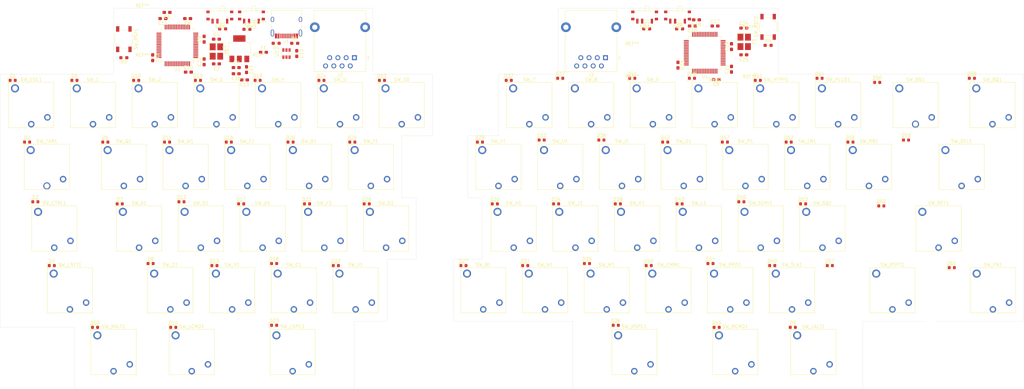
<source format=kicad_pcb>
(kicad_pcb (version 20171130) (host pcbnew 5.1.10)
  (layers (0 F.Cu signal) (31 B.Cu signal) (34 B.Paste user) (35 F.Paste user) (36 B.SilkS user) (37 F.SilkS user) (38 B.Mask user) (39 F.Mask user) (44 Edge.Cuts user))
  (net 0 "")
  (net 1 "Net-(D1-Pad2)")
  (net 2 /COL1L)
  (net 3 "Net-(D2-Pad2)")
  (net 4 "Net-(D3-Pad2)")
  (net 5 "Net-(D4-Pad2)")
  (net 6 "Net-(D5-Pad2)")
  (net 7 /COL2L)
  (net 8 "Net-(D6-Pad2)")
  (net 9 "Net-(D7-Pad2)")
  (net 10 "Net-(D8-Pad2)")
  (net 11 "Net-(D9-Pad2)")
  (net 12 "Net-(D10-Pad2)")
  (net 13 /COL3L)
  (net 14 "Net-(D11-Pad2)")
  (net 15 "Net-(D12-Pad2)")
  (net 16 "Net-(D13-Pad2)")
  (net 17 "Net-(D14-Pad2)")
  (net 18 "Net-(D15-Pad2)")
  (net 19 /COL4L)
  (net 20 "Net-(D16-Pad2)")
  (net 21 "Net-(D17-Pad2)")
  (net 22 "Net-(D18-Pad2)")
  (net 23 "Net-(D19-Pad2)")
  (net 24 /COL5L)
  (net 25 "Net-(D20-Pad2)")
  (net 26 "Net-(D21-Pad2)")
  (net 27 "Net-(D22-Pad2)")
  (net 28 "Net-(D23-Pad2)")
  (net 29 "Net-(D24-Pad2)")
  (net 30 /COL6L)
  (net 31 "Net-(D25-Pad2)")
  (net 32 "Net-(D26-Pad2)")
  (net 33 "Net-(D27-Pad2)")
  (net 34 /COL10)
  (net 35 "Net-(D29-Pad2)")
  (net 36 "Net-(D30-Pad2)")
  (net 37 "Net-(D31-Pad2)")
  (net 38 "Net-(D32-Pad2)")
  (net 39 /COL11)
  (net 40 "Net-(D33-Pad2)")
  (net 41 "Net-(D34-Pad2)")
  (net 42 "Net-(D35-Pad2)")
  (net 43 "Net-(D36-Pad2)")
  (net 44 "Net-(D37-Pad2)")
  (net 45 /COL12)
  (net 46 "Net-(D38-Pad2)")
  (net 47 "Net-(D39-Pad2)")
  (net 48 "Net-(D40-Pad2)")
  (net 49 "Net-(D41-Pad2)")
  (net 50 /COL13)
  (net 51 "Net-(D42-Pad2)")
  (net 52 "Net-(D43-Pad2)")
  (net 53 "Net-(D44-Pad2)")
  (net 54 "Net-(D45-Pad2)")
  (net 55 "Net-(D46-Pad2)")
  (net 56 /COL14)
  (net 57 "Net-(D47-Pad2)")
  (net 58 "Net-(D48-Pad2)")
  (net 59 "Net-(D49-Pad2)")
  (net 60 "Net-(D50-Pad2)")
  (net 61 "Net-(D51-Pad2)")
  (net 62 /COL15)
  (net 63 "Net-(D52-Pad2)")
  (net 64 "Net-(D53-Pad2)")
  (net 65 "Net-(D54-Pad2)")
  (net 66 /COL16)
  (net 67 "Net-(D55-Pad2)")
  (net 68 "Net-(D56-Pad2)")
  (net 69 /COL17)
  (net 70 "Net-(D57-Pad2)")
  (net 71 "Net-(D58-Pad2)")
  (net 72 /COL18)
  (net 73 "Net-(D59-Pad2)")
  (net 74 "Net-(D60-Pad2)")
  (net 75 "Net-(D61-Pad2)")
  (net 76 "Net-(D62-Pad2)")
  (net 77 /ROW1)
  (net 78 /ROW1L)
  (net 79 /ROW3L)
  (net 80 /ROW4L)
  (net 81 /ROW4)
  (net 82 /ROW2)
  (net 83 /ROW2L)
  (net 84 /ROW3)
  (net 85 /ROW5L)
  (net 86 /ROW5)
  (net 87 +3V3)
  (net 88 GND)
  (net 89 "Net-(C6-Pad1)")
  (net 90 "Net-(C13-Pad1)")
  (net 91 +5V)
  (net 92 "Net-(J1-PadA5)")
  (net 93 "Net-(J1-PadA7)")
  (net 94 "Net-(J1-PadA6)")
  (net 95 "Net-(J1-PadB5)")
  (net 96 "Net-(R3-Pad2)")
  (net 97 "Net-(C18-Pad1)")
  (net 98 "Net-(R6-Pad2)")
  (net 99 /L_XTAL_8M_B)
  (net 100 /L_XTAL_8M_A)
  (net 101 /R_XTAL_8M_B)
  (net 102 /R_XTAL_8M_A)
  (net 103 /R_BOOT0)
  (net 104 /R_BOOT1)
  (net 105 /L_BOOT0)
  (net 106 /L_BOOT1)
  (module MountingHole:MountingHole_2.2mm_M2 (layer F.Cu) (at 1037.59 -72.263 180)
    (fp_text reference REF** (at 0 -3.2) (layer F.SilkS))
    (fp_text value MountingHole_2.2mm_M2)
    (pad 1 np_thru_hole circle (at 0 0 180) (size 2.2 2.2) (drill 2.2) (layers *.Cu *.Mask))
  )
  (module MountingHole:MountingHole_2.2mm_M2 (layer F.Cu) (at 1037.59 -87.503 180)
    (fp_text reference REF** (at 0 -3.2) (layer F.SilkS))
    (fp_text value MountingHole_2.2mm_M2)
    (pad 1 np_thru_hole circle (at 0 0 180) (size 2.2 2.2) (drill 2.2) (layers *.Cu *.Mask))
  )
  (module MountingHole:MountingHole_2.2mm_M2 (layer F.Cu) (at 1001.395 -82.423 180)
    (fp_text reference REF** (at 0 -3.2) (layer F.SilkS))
    (fp_text value MountingHole_2.2mm_M2)
    (pad 1 np_thru_hole circle (at 0 0 180) (size 2.2 2.2) (drill 2.2) (layers *.Cu *.Mask))
  )
  (module MountingHole:MountingHole_2.2mm_M2 (layer F.Cu) (at 1001.395 -72.39 180)
    (fp_text reference REF** (at 0 -3.2) (layer F.SilkS))
    (fp_text value MountingHole_2.2mm_M2)
    (pad 1 np_thru_hole circle (at 0 0 180) (size 2.2 2.2) (drill 2.2) (layers *.Cu *.Mask))
  )
  (module MountingHole:MountingHole_2.2mm_M2 (layer F.Cu) (at 886.46 -72.517)
    (fp_text reference REF** (at 0 -3.2) (layer F.SilkS))
    (fp_text value MountingHole_2.2mm_M2)
    (pad 1 np_thru_hole circle (at 0 0) (size 2.2 2.2) (drill 2.2) (layers *.Cu *.Mask))
  )
  (module MountingHole:MountingHole_2.2mm_M2 (layer F.Cu) (at 886.46 -82.55)
    (fp_text reference REF** (at 0 -3.2) (layer F.SilkS))
    (fp_text value MountingHole_2.2mm_M2)
    (pad 1 np_thru_hole circle (at 0 0) (size 2.2 2.2) (drill 2.2) (layers *.Cu *.Mask))
  )
  (module MountingHole:MountingHole_2.2mm_M2 (layer F.Cu) (at 850.265 -72.517)
    (fp_text reference REF** (at 0 -3.2) (layer F.SilkS))
    (fp_text value MountingHole_2.2mm_M2)
    (pad 1 np_thru_hole circle (at 0 0) (size 2.2 2.2) (drill 2.2) (layers *.Cu *.Mask))
  )
  (module MountingHole:MountingHole_2.2mm_M2 (layer F.Cu) (at 850.265 -87.757)
    (fp_text reference REF** (at 0 -3.2) (layer F.SilkS))
    (fp_text value MountingHole_2.2mm_M2)
    (pad 1 np_thru_hole circle (at 0 0) (size 2.2 2.2) (drill 2.2) (layers *.Cu *.Mask))
  )
  (module Crystal:Crystal_SMD_3225-4Pin_3.2x2.5mm_HandSoldering (layer F.Cu) (at 1035.932 -79.809 270)
    (fp_text reference Y3 (at 0 -3.05 90) (layer F.SilkS))
    (fp_text value XTAL_8M)
    (pad 4 smd rect (at -1.45 -1.15 270) (size 2.1 1.8) (layers F.Cu F.Paste F.Mask) (net 88 GND))
    (pad 3 smd rect (at 1.45 -1.15 270) (size 2.1 1.8) (layers F.Cu F.Paste F.Mask) (net 102 /R_XTAL_8M_A))
    (pad 2 smd rect (at 1.45 1.15 270) (size 2.1 1.8) (layers F.Cu F.Paste F.Mask) (net 88 GND))
    (pad 1 smd rect (at -1.45 1.15 270) (size 2.1 1.8) (layers F.Cu F.Paste F.Mask) (net 101 /R_XTAL_8M_B))
  )
  (module Button_Switch_SMD:SW_SPDT_PCM12 (layer F.Cu) (at 1015.365 -87.63 180)
    (fp_text reference SW4 (at 0 -3.2) (layer F.SilkS))
    (fp_text value BOOT1)
    (pad "" smd rect (at -3.65 -0.78 180) (size 1 0.8) (layers F.Cu F.Paste F.Mask))
    (pad "" smd rect (at 3.65 -0.78 180) (size 1 0.8) (layers F.Cu F.Paste F.Mask))
    (pad "" smd rect (at 3.65 1.43 180) (size 1 0.8) (layers F.Cu F.Paste F.Mask))
    (pad "" smd rect (at -3.65 1.43 180) (size 1 0.8) (layers F.Cu F.Paste F.Mask))
    (pad 3 smd rect (at 2.25 -1.43 180) (size 0.7 1.5) (layers F.Cu F.Paste F.Mask) (net 87 +3V3))
    (pad 2 smd rect (at 0.75 -1.43 180) (size 0.7 1.5) (layers F.Cu F.Paste F.Mask) (net 106 /L_BOOT1))
    (pad 1 smd rect (at -2.25 -1.43 180) (size 0.7 1.5) (layers F.Cu F.Paste F.Mask) (net 88 GND))
    (pad "" np_thru_hole circle (at 1.5 0.33 180) (size 0.9 0.9) (drill 0.9) (layers *.Cu *.Mask))
    (pad "" np_thru_hole circle (at -1.5 0.33 180) (size 0.9 0.9) (drill 0.9) (layers *.Cu *.Mask))
  )
  (module Button_Switch_SMD:SW_SPDT_PCM12 (layer F.Cu) (at 1005.205 -87.63 180)
    (fp_text reference SW3 (at 0 -3.2) (layer F.SilkS))
    (fp_text value BOOT0)
    (pad "" smd rect (at -3.65 -0.78 180) (size 1 0.8) (layers F.Cu F.Paste F.Mask))
    (pad "" smd rect (at 3.65 -0.78 180) (size 1 0.8) (layers F.Cu F.Paste F.Mask))
    (pad "" smd rect (at 3.65 1.43 180) (size 1 0.8) (layers F.Cu F.Paste F.Mask))
    (pad "" smd rect (at -3.65 1.43 180) (size 1 0.8) (layers F.Cu F.Paste F.Mask))
    (pad 3 smd rect (at 2.25 -1.43 180) (size 0.7 1.5) (layers F.Cu F.Paste F.Mask) (net 87 +3V3))
    (pad 2 smd rect (at 0.75 -1.43 180) (size 0.7 1.5) (layers F.Cu F.Paste F.Mask) (net 105 /L_BOOT0))
    (pad 1 smd rect (at -2.25 -1.43 180) (size 0.7 1.5) (layers F.Cu F.Paste F.Mask) (net 88 GND))
    (pad "" np_thru_hole circle (at 1.5 0.33 180) (size 0.9 0.9) (drill 0.9) (layers *.Cu *.Mask))
    (pad "" np_thru_hole circle (at -1.5 0.33 180) (size 0.9 0.9) (drill 0.9) (layers *.Cu *.Mask))
  )
  (module Resistor_SMD:R_0603_1608Metric_Pad0.98x0.95mm_HandSolder (layer F.Cu) (at 1016 -83.82)
    (fp_text reference R8 (at 0 -1.43) (layer F.SilkS))
    (fp_text value 10kohm)
    (pad 2 smd roundrect (at 0.9125 0) (size 0.975 0.95) (layers F.Cu F.Paste F.Mask) (net 88 GND))
    (pad 1 smd roundrect (at -0.9125 0) (size 0.975 0.95) (layers F.Cu F.Paste F.Mask) (net 106 /L_BOOT1))
  )
  (module Resistor_SMD:R_0603_1608Metric_Pad0.98x0.95mm_HandSolder (layer F.Cu) (at 1005.84 -83.82)
    (fp_text reference R7 (at 0 -1.43) (layer F.SilkS))
    (fp_text value 10kohm)
    (pad 2 smd roundrect (at 0.9125 0) (size 0.975 0.95) (layers F.Cu F.Paste F.Mask) (net 88 GND))
    (pad 1 smd roundrect (at -0.9125 0) (size 0.975 0.95) (layers F.Cu F.Paste F.Mask) (net 105 /L_BOOT0))
  )
  (module Capacitor_SMD:C_0603_1608Metric_Pad1.08x0.95mm_HandSolder (layer F.Cu) (at 1035.812 -75.819 180)
    (fp_text reference C25 (at 0 -1.43) (layer F.SilkS))
    (fp_text value 12pF)
    (pad 2 smd roundrect (at 0.8625 0 180) (size 1.075 0.95) (layers F.Cu F.Paste F.Mask) (net 88 GND))
    (pad 1 smd roundrect (at -0.8625 0 180) (size 1.075 0.95) (layers F.Cu F.Paste F.Mask) (net 102 /R_XTAL_8M_A))
  )
  (module Capacitor_SMD:C_0603_1608Metric_Pad1.08x0.95mm_HandSolder (layer F.Cu) (at 1035.812 -84.074)
    (fp_text reference C24 (at 0 -1.43) (layer F.SilkS))
    (fp_text value 12pF)
    (pad 2 smd roundrect (at 0.8625 0) (size 1.075 0.95) (layers F.Cu F.Paste F.Mask) (net 88 GND))
    (pad 1 smd roundrect (at -0.8625 0) (size 1.075 0.95) (layers F.Cu F.Paste F.Mask) (net 101 /R_XTAL_8M_B))
  )
  (module Package_QFP:LQFP-64_10x10mm_P0.5mm (layer F.Cu) (at 1023.747 -76.454 180)
    (fp_text reference U4 (at 0 -7.4) (layer F.SilkS))
    (fp_text value STM32F401RETx)
    (pad 64 smd roundrect (at -3.75 -5.675 180) (size 0.3 1.55) (layers F.Cu F.Paste F.Mask) (net 87 +3V3))
    (pad 63 smd roundrect (at -3.25 -5.675 180) (size 0.3 1.55) (layers F.Cu F.Paste F.Mask) (net 88 GND))
    (pad 62 smd roundrect (at -2.75 -5.675 180) (size 0.3 1.55) (layers F.Cu F.Paste F.Mask))
    (pad 61 smd roundrect (at -2.25 -5.675 180) (size 0.3 1.55) (layers F.Cu F.Paste F.Mask))
    (pad 60 smd roundrect (at -1.75 -5.675 180) (size 0.3 1.55) (layers F.Cu F.Paste F.Mask) (net 103 /R_BOOT0))
    (pad 59 smd roundrect (at -1.25 -5.675 180) (size 0.3 1.55) (layers F.Cu F.Paste F.Mask))
    (pad 58 smd roundrect (at -0.75 -5.675 180) (size 0.3 1.55) (layers F.Cu F.Paste F.Mask))
    (pad 57 smd roundrect (at -0.25 -5.675 180) (size 0.3 1.55) (layers F.Cu F.Paste F.Mask))
    (pad 56 smd roundrect (at 0.25 -5.675 180) (size 0.3 1.55) (layers F.Cu F.Paste F.Mask))
    (pad 55 smd roundrect (at 0.75 -5.675 180) (size 0.3 1.55) (layers F.Cu F.Paste F.Mask))
    (pad 54 smd roundrect (at 1.25 -5.675 180) (size 0.3 1.55) (layers F.Cu F.Paste F.Mask))
    (pad 53 smd roundrect (at 1.75 -5.675 180) (size 0.3 1.55) (layers F.Cu F.Paste F.Mask))
    (pad 52 smd roundrect (at 2.25 -5.675 180) (size 0.3 1.55) (layers F.Cu F.Paste F.Mask))
    (pad 51 smd roundrect (at 2.75 -5.675 180) (size 0.3 1.55) (layers F.Cu F.Paste F.Mask))
    (pad 50 smd roundrect (at 3.25 -5.675 180) (size 0.3 1.55) (layers F.Cu F.Paste F.Mask))
    (pad 49 smd roundrect (at 3.75 -5.675 180) (size 0.3 1.55) (layers F.Cu F.Paste F.Mask))
    (pad 48 smd roundrect (at 5.675 -3.75 180) (size 1.55 0.3) (layers F.Cu F.Paste F.Mask) (net 87 +3V3))
    (pad 47 smd roundrect (at 5.675 -3.25 180) (size 1.55 0.3) (layers F.Cu F.Paste F.Mask) (net 88 GND))
    (pad 46 smd roundrect (at 5.675 -2.75 180) (size 1.55 0.3) (layers F.Cu F.Paste F.Mask))
    (pad 45 smd roundrect (at 5.675 -2.25 180) (size 1.55 0.3) (layers F.Cu F.Paste F.Mask))
    (pad 44 smd roundrect (at 5.675 -1.75 180) (size 1.55 0.3) (layers F.Cu F.Paste F.Mask))
    (pad 43 smd roundrect (at 5.675 -1.25 180) (size 1.55 0.3) (layers F.Cu F.Paste F.Mask))
    (pad 42 smd roundrect (at 5.675 -0.75 180) (size 1.55 0.3) (layers F.Cu F.Paste F.Mask))
    (pad 41 smd roundrect (at 5.675 -0.25 180) (size 1.55 0.3) (layers F.Cu F.Paste F.Mask))
    (pad 40 smd roundrect (at 5.675 0.25 180) (size 1.55 0.3) (layers F.Cu F.Paste F.Mask))
    (pad 39 smd roundrect (at 5.675 0.75 180) (size 1.55 0.3) (layers F.Cu F.Paste F.Mask))
    (pad 38 smd roundrect (at 5.675 1.25 180) (size 1.55 0.3) (layers F.Cu F.Paste F.Mask))
    (pad 37 smd roundrect (at 5.675 1.75 180) (size 1.55 0.3) (layers F.Cu F.Paste F.Mask))
    (pad 36 smd roundrect (at 5.675 2.25 180) (size 1.55 0.3) (layers F.Cu F.Paste F.Mask))
    (pad 35 smd roundrect (at 5.675 2.75 180) (size 1.55 0.3) (layers F.Cu F.Paste F.Mask))
    (pad 34 smd roundrect (at 5.675 3.25 180) (size 1.55 0.3) (layers F.Cu F.Paste F.Mask))
    (pad 33 smd roundrect (at 5.675 3.75 180) (size 1.55 0.3) (layers F.Cu F.Paste F.Mask))
    (pad 32 smd roundrect (at 3.75 5.675 180) (size 0.3 1.55) (layers F.Cu F.Paste F.Mask) (net 87 +3V3))
    (pad 31 smd roundrect (at 3.25 5.675 180) (size 0.3 1.55) (layers F.Cu F.Paste F.Mask) (net 88 GND))
    (pad 30 smd roundrect (at 2.75 5.675 180) (size 0.3 1.55) (layers F.Cu F.Paste F.Mask) (net 97 "Net-(C18-Pad1)"))
    (pad 29 smd roundrect (at 2.25 5.675 180) (size 0.3 1.55) (layers F.Cu F.Paste F.Mask))
    (pad 28 smd roundrect (at 1.75 5.675 180) (size 0.3 1.55) (layers F.Cu F.Paste F.Mask) (net 104 /R_BOOT1))
    (pad 27 smd roundrect (at 1.25 5.675 180) (size 0.3 1.55) (layers F.Cu F.Paste F.Mask))
    (pad 26 smd roundrect (at 0.75 5.675 180) (size 0.3 1.55) (layers F.Cu F.Paste F.Mask))
    (pad 25 smd roundrect (at 0.25 5.675 180) (size 0.3 1.55) (layers F.Cu F.Paste F.Mask))
    (pad 24 smd roundrect (at -0.25 5.675 180) (size 0.3 1.55) (layers F.Cu F.Paste F.Mask))
    (pad 23 smd roundrect (at -0.75 5.675 180) (size 0.3 1.55) (layers F.Cu F.Paste F.Mask))
    (pad 22 smd roundrect (at -1.25 5.675 180) (size 0.3 1.55) (layers F.Cu F.Paste F.Mask))
    (pad 21 smd roundrect (at -1.75 5.675 180) (size 0.3 1.55) (layers F.Cu F.Paste F.Mask))
    (pad 20 smd roundrect (at -2.25 5.675 180) (size 0.3 1.55) (layers F.Cu F.Paste F.Mask))
    (pad 19 smd roundrect (at -2.75 5.675 180) (size 0.3 1.55) (layers F.Cu F.Paste F.Mask) (net 87 +3V3))
    (pad 18 smd roundrect (at -3.25 5.675 180) (size 0.3 1.55) (layers F.Cu F.Paste F.Mask) (net 88 GND))
    (pad 17 smd roundrect (at -3.75 5.675 180) (size 0.3 1.55) (layers F.Cu F.Paste F.Mask))
    (pad 16 smd roundrect (at -5.675 3.75 180) (size 1.55 0.3) (layers F.Cu F.Paste F.Mask))
    (pad 15 smd roundrect (at -5.675 3.25 180) (size 1.55 0.3) (layers F.Cu F.Paste F.Mask))
    (pad 14 smd roundrect (at -5.675 2.75 180) (size 1.55 0.3) (layers F.Cu F.Paste F.Mask))
    (pad 13 smd roundrect (at -5.675 2.25 180) (size 1.55 0.3) (layers F.Cu F.Paste F.Mask) (net 87 +3V3))
    (pad 12 smd roundrect (at -5.675 1.75 180) (size 1.55 0.3) (layers F.Cu F.Paste F.Mask) (net 88 GND))
    (pad 11 smd roundrect (at -5.675 1.25 180) (size 1.55 0.3) (layers F.Cu F.Paste F.Mask))
    (pad 10 smd roundrect (at -5.675 0.75 180) (size 1.55 0.3) (layers F.Cu F.Paste F.Mask))
    (pad 9 smd roundrect (at -5.675 0.25 180) (size 1.55 0.3) (layers F.Cu F.Paste F.Mask))
    (pad 8 smd roundrect (at -5.675 -0.25 180) (size 1.55 0.3) (layers F.Cu F.Paste F.Mask))
    (pad 7 smd roundrect (at -5.675 -0.75 180) (size 1.55 0.3) (layers F.Cu F.Paste F.Mask) (net 98 "Net-(R6-Pad2)"))
    (pad 6 smd roundrect (at -5.675 -1.25 180) (size 1.55 0.3) (layers F.Cu F.Paste F.Mask) (net 101 /R_XTAL_8M_B))
    (pad 5 smd roundrect (at -5.675 -1.75 180) (size 1.55 0.3) (layers F.Cu F.Paste F.Mask) (net 102 /R_XTAL_8M_A))
    (pad 4 smd roundrect (at -5.675 -2.25 180) (size 1.55 0.3) (layers F.Cu F.Paste F.Mask))
    (pad 3 smd roundrect (at -5.675 -2.75 180) (size 1.55 0.3) (layers F.Cu F.Paste F.Mask))
    (pad 2 smd roundrect (at -5.675 -3.25 180) (size 1.55 0.3) (layers F.Cu F.Paste F.Mask))
    (pad 1 smd roundrect (at -5.675 -3.75 180) (size 1.55 0.3) (layers F.Cu F.Paste F.Mask) (net 87 +3V3))
  )
  (module Button_Switch_SMD:SW_SPST_TL3342 (layer F.Cu) (at 1043.305 -84.455 90)
    (fp_text reference SW_RST2 (at 0 -3.75 90) (layer F.SilkS))
    (fp_text value RST)
    (pad 2 smd rect (at 3.15 1.9 90) (size 1.7 1) (layers F.Cu F.Paste F.Mask) (net 98 "Net-(R6-Pad2)"))
    (pad 2 smd rect (at -3.15 1.9 90) (size 1.7 1) (layers F.Cu F.Paste F.Mask) (net 98 "Net-(R6-Pad2)"))
    (pad 1 smd rect (at 3.15 -1.9 90) (size 1.7 1) (layers F.Cu F.Paste F.Mask) (net 88 GND))
    (pad 1 smd rect (at -3.15 -1.9 90) (size 1.7 1) (layers F.Cu F.Paste F.Mask) (net 88 GND))
  )
  (module Resistor_SMD:R_0603_1608Metric_Pad0.98x0.95mm_HandSolder (layer F.Cu) (at 1043.305 -78.74)
    (fp_text reference R6 (at 0 -1.43) (layer F.SilkS))
    (fp_text value 4.7kohm)
    (pad 2 smd roundrect (at 0.9125 0) (size 0.975 0.95) (layers F.Cu F.Paste F.Mask) (net 98 "Net-(R6-Pad2)"))
    (pad 1 smd roundrect (at -0.9125 0) (size 0.975 0.95) (layers F.Cu F.Paste F.Mask) (net 87 +3V3))
  )
  (module Capacitor_SMD:C_0603_1608Metric_Pad1.08x0.95mm_HandSolder (layer F.Cu) (at 1015.492 -72.644 270)
    (fp_text reference C23 (at 0 -1.43 90) (layer F.SilkS))
    (fp_text value 0.1uF)
    (pad 2 smd roundrect (at 0.8625 0 270) (size 1.075 0.95) (layers F.Cu F.Paste F.Mask) (net 87 +3V3))
    (pad 1 smd roundrect (at -0.8625 0 270) (size 1.075 0.95) (layers F.Cu F.Paste F.Mask) (net 88 GND))
  )
  (module Capacitor_SMD:C_0603_1608Metric_Pad1.08x0.95mm_HandSolder (layer F.Cu) (at 869.315 -73.66 90)
    (fp_text reference C22 (at 0 -1.43 90) (layer F.SilkS))
    (fp_text value 0.1uF)
    (pad 2 smd roundrect (at 0.8625 0 90) (size 1.075 0.95) (layers F.Cu F.Paste F.Mask) (net 87 +3V3))
    (pad 1 smd roundrect (at -0.8625 0 90) (size 1.075 0.95) (layers F.Cu F.Paste F.Mask) (net 88 GND))
  )
  (module Capacitor_SMD:C_0603_1608Metric_Pad1.08x0.95mm_HandSolder (layer F.Cu) (at 1032.002 -71.374 90)
    (fp_text reference C21 (at 0 -1.43 90) (layer F.SilkS))
    (fp_text value 0.1uF)
    (pad 2 smd roundrect (at 0.8625 0 90) (size 1.075 0.95) (layers F.Cu F.Paste F.Mask) (net 87 +3V3))
    (pad 1 smd roundrect (at -0.8625 0 90) (size 1.075 0.95) (layers F.Cu F.Paste F.Mask) (net 88 GND))
  )
  (module Capacitor_SMD:C_0603_1608Metric_Pad1.08x0.95mm_HandSolder (layer F.Cu) (at 1019.937 -84.709 180)
    (fp_text reference C20 (at 0 -1.43) (layer F.SilkS))
    (fp_text value 0.1uF)
    (pad 2 smd roundrect (at 0.8625 0 180) (size 1.075 0.95) (layers F.Cu F.Paste F.Mask) (net 87 +3V3))
    (pad 1 smd roundrect (at -0.8625 0 180) (size 1.075 0.95) (layers F.Cu F.Paste F.Mask) (net 88 GND))
  )
  (module Capacitor_SMD:C_0603_1608Metric_Pad1.08x0.95mm_HandSolder (layer F.Cu) (at 1032.002 -78.359 90)
    (fp_text reference C19 (at 0 -1.43 90) (layer F.SilkS))
    (fp_text value 0.1uF)
    (pad 2 smd roundrect (at 0.8625 0 90) (size 1.075 0.95) (layers F.Cu F.Paste F.Mask) (net 87 +3V3))
    (pad 1 smd roundrect (at -0.8625 0 90) (size 1.075 0.95) (layers F.Cu F.Paste F.Mask) (net 88 GND))
  )
  (module Capacitor_SMD:C_0603_1608Metric_Pad1.08x0.95mm_HandSolder (layer F.Cu) (at 1021.207 -86.614 180)
    (fp_text reference C18 (at 0 -1.43) (layer F.SilkS))
    (fp_text value 4.7uF)
    (pad 2 smd roundrect (at 0.8625 0 180) (size 1.075 0.95) (layers F.Cu F.Paste F.Mask) (net 88 GND))
    (pad 1 smd roundrect (at -0.8625 0 180) (size 1.075 0.95) (layers F.Cu F.Paste F.Mask) (net 97 "Net-(C18-Pad1)"))
  )
  (module Capacitor_SMD:C_0603_1608Metric_Pad1.08x0.95mm_HandSolder (layer F.Cu) (at 1026.922 -84.709)
    (fp_text reference C17 (at 0 -1.43) (layer F.SilkS))
    (fp_text value 0.1uF)
    (pad 2 smd roundrect (at 0.8625 0) (size 1.075 0.95) (layers F.Cu F.Paste F.Mask) (net 88 GND))
    (pad 1 smd roundrect (at -0.8625 0) (size 1.075 0.95) (layers F.Cu F.Paste F.Mask) (net 87 +3V3))
  )
  (module hard:Kailh_Choc_V2_1.50u_PCB (layer F.Cu) (at 1091.311 -65.405)
    (fp_text reference SW_BS1 (at -2.54 -2.794) (layer F.SilkS))
    (fp_text value SW_BS)
    (pad "" np_thru_hole circle (at 2.46 8.88) (size 2 2) (drill 1.2) (layers *.Cu *.Mask))
    (pad "" np_thru_hole circle (at -2.54 5.08) (size 4 4) (drill 4) (layers *.Cu *.Mask))
    (pad 2 thru_hole circle (at -2.54 10.98) (size 2.2 2.2) (drill 1.5) (layers *.Cu *.Mask) (net 77 /ROW1))
    (pad 1 thru_hole circle (at -7.54 -0.07) (size 2.5 2.5) (drill 1.6) (layers *.Cu *.Mask) (net 68 "Net-(D56-Pad2)"))
  )
  (module hard:Kailh_Choc_V2_1.00u_PCB (layer F.Cu) (at 1115.06 -65.405)
    (fp_text reference SW_BQ1 (at -2.54 -2.794) (layer F.SilkS))
    (fp_text value SW_BQ)
    (pad 1 thru_hole circle (at -7.54 -0.07) (size 2.5 2.5) (drill 1.6) (layers *.Cu *.Mask) (net 71 "Net-(D58-Pad2)"))
    (pad "" np_thru_hole circle (at 2.46 8.88) (size 2 2) (drill 1.2) (layers *.Cu *.Mask))
    (pad 2 thru_hole circle (at -2.54 10.98) (size 2 2) (drill 1.2) (layers *.Cu *.Mask) (net 77 /ROW1))
    (pad "" np_thru_hole circle (at -2.54 5.08) (size 4 4) (drill 4) (layers *.Cu *.Mask))
  )
  (module Crystal:Crystal_SMD_3225-4Pin_3.2x2.5mm_HandSoldering (layer F.Cu) (at 873.125 -76.835 270)
    (fp_text reference Y1 (at 0 -3.05 90) (layer F.SilkS))
    (fp_text value XTAL_8M)
    (pad 4 smd rect (at -1.45 -1.15 270) (size 2.1 1.8) (layers F.Cu F.Paste F.Mask) (net 88 GND))
    (pad 3 smd rect (at 1.45 -1.15 270) (size 2.1 1.8) (layers F.Cu F.Paste F.Mask) (net 100 /L_XTAL_8M_A))
    (pad 2 smd rect (at 1.45 1.15 270) (size 2.1 1.8) (layers F.Cu F.Paste F.Mask) (net 88 GND))
    (pad 1 smd rect (at -1.45 1.15 270) (size 2.1 1.8) (layers F.Cu F.Paste F.Mask) (net 99 /L_XTAL_8M_B))
  )
  (module Button_Switch_SMD:SW_SPST_TL3342 (layer F.Cu) (at 844.55 -80.645 270)
    (fp_text reference SW_RST1 (at 0 -3.75 90) (layer F.SilkS))
    (fp_text value RST)
    (pad 2 smd rect (at 3.15 1.9 270) (size 1.7 1) (layers F.Cu F.Paste F.Mask) (net 96 "Net-(R3-Pad2)"))
    (pad 2 smd rect (at -3.15 1.9 270) (size 1.7 1) (layers F.Cu F.Paste F.Mask) (net 96 "Net-(R3-Pad2)"))
    (pad 1 smd rect (at 3.15 -1.9 270) (size 1.7 1) (layers F.Cu F.Paste F.Mask) (net 88 GND))
    (pad 1 smd rect (at -3.15 -1.9 270) (size 1.7 1) (layers F.Cu F.Paste F.Mask) (net 88 GND))
  )
  (module Button_Switch_SMD:SW_SPDT_PCM12 (layer F.Cu) (at 883.92 -87.63 180)
    (fp_text reference SW2 (at 0 -3.2) (layer F.SilkS))
    (fp_text value BOOT1)
    (pad "" smd rect (at -3.65 -0.78 180) (size 1 0.8) (layers F.Cu F.Paste F.Mask))
    (pad "" smd rect (at 3.65 -0.78 180) (size 1 0.8) (layers F.Cu F.Paste F.Mask))
    (pad "" smd rect (at 3.65 1.43 180) (size 1 0.8) (layers F.Cu F.Paste F.Mask))
    (pad "" smd rect (at -3.65 1.43 180) (size 1 0.8) (layers F.Cu F.Paste F.Mask))
    (pad 3 smd rect (at 2.25 -1.43 180) (size 0.7 1.5) (layers F.Cu F.Paste F.Mask) (net 87 +3V3))
    (pad 2 smd rect (at 0.75 -1.43 180) (size 0.7 1.5) (layers F.Cu F.Paste F.Mask) (net 104 /R_BOOT1))
    (pad 1 smd rect (at -2.25 -1.43 180) (size 0.7 1.5) (layers F.Cu F.Paste F.Mask) (net 88 GND))
    (pad "" np_thru_hole circle (at 1.5 0.33 180) (size 0.9 0.9) (drill 0.9) (layers *.Cu *.Mask))
    (pad "" np_thru_hole circle (at -1.5 0.33 180) (size 0.9 0.9) (drill 0.9) (layers *.Cu *.Mask))
  )
  (module Button_Switch_SMD:SW_SPDT_PCM12 (layer F.Cu) (at 874.165 -87.63 180)
    (fp_text reference SW1 (at 0 -3.2) (layer F.SilkS))
    (fp_text value BOOT0)
    (pad "" smd rect (at -3.65 -0.78 180) (size 1 0.8) (layers F.Cu F.Paste F.Mask))
    (pad "" smd rect (at 3.65 -0.78 180) (size 1 0.8) (layers F.Cu F.Paste F.Mask))
    (pad "" smd rect (at 3.65 1.43 180) (size 1 0.8) (layers F.Cu F.Paste F.Mask))
    (pad "" smd rect (at -3.65 1.43 180) (size 1 0.8) (layers F.Cu F.Paste F.Mask))
    (pad 3 smd rect (at 2.25 -1.43 180) (size 0.7 1.5) (layers F.Cu F.Paste F.Mask) (net 87 +3V3))
    (pad 2 smd rect (at 0.75 -1.43 180) (size 0.7 1.5) (layers F.Cu F.Paste F.Mask) (net 103 /R_BOOT0))
    (pad 1 smd rect (at -2.25 -1.43 180) (size 0.7 1.5) (layers F.Cu F.Paste F.Mask) (net 88 GND))
    (pad "" np_thru_hole circle (at 1.5 0.33 180) (size 0.9 0.9) (drill 0.9) (layers *.Cu *.Mask))
    (pad "" np_thru_hole circle (at -1.5 0.33 180) (size 0.9 0.9) (drill 0.9) (layers *.Cu *.Mask))
  )
  (module Resistor_SMD:R_0603_1608Metric_Pad0.98x0.95mm_HandSolder (layer F.Cu) (at 897.255 -79.375)
    (fp_text reference R5 (at 0 -1.43) (layer F.SilkS))
    (fp_text value 5.1kohm)
    (pad 2 smd roundrect (at 0.9125 0) (size 0.975 0.95) (layers F.Cu F.Paste F.Mask) (net 88 GND))
    (pad 1 smd roundrect (at -0.9125 0) (size 0.975 0.95) (layers F.Cu F.Paste F.Mask) (net 92 "Net-(J1-PadA5)"))
  )
  (module Resistor_SMD:R_0603_1608Metric_Pad0.98x0.95mm_HandSolder (layer F.Cu) (at 891.54 -79.375 180)
    (fp_text reference R4 (at 0 -1.43) (layer F.SilkS))
    (fp_text value 5.1kohm)
    (pad 2 smd roundrect (at 0.9125 0 180) (size 0.975 0.95) (layers F.Cu F.Paste F.Mask) (net 88 GND))
    (pad 1 smd roundrect (at -0.9125 0 180) (size 0.975 0.95) (layers F.Cu F.Paste F.Mask) (net 95 "Net-(J1-PadB5)"))
  )
  (module Resistor_SMD:R_0603_1608Metric_Pad0.98x0.95mm_HandSolder (layer F.Cu) (at 844.55 -74.93 180)
    (fp_text reference R3 (at 0 -1.43) (layer F.SilkS))
    (fp_text value 4.7kohm)
    (pad 2 smd roundrect (at 0.9125 0 180) (size 0.975 0.95) (layers F.Cu F.Paste F.Mask) (net 96 "Net-(R3-Pad2)"))
    (pad 1 smd roundrect (at -0.9125 0 180) (size 0.975 0.95) (layers F.Cu F.Paste F.Mask) (net 87 +3V3))
  )
  (module Resistor_SMD:R_0603_1608Metric_Pad0.98x0.95mm_HandSolder (layer F.Cu) (at 882.523 -83.693)
    (fp_text reference R2 (at 0 -1.43) (layer F.SilkS))
    (fp_text value 10kohm)
    (pad 2 smd roundrect (at 0.9125 0) (size 0.975 0.95) (layers F.Cu F.Paste F.Mask) (net 88 GND))
    (pad 1 smd roundrect (at -0.9125 0) (size 0.975 0.95) (layers F.Cu F.Paste F.Mask) (net 104 /R_BOOT1))
  )
  (module Resistor_SMD:R_0603_1608Metric_Pad0.98x0.95mm_HandSolder (layer F.Cu) (at 875.03 -83.82)
    (fp_text reference R1 (at 0 -1.43) (layer F.SilkS))
    (fp_text value 10kohm)
    (pad 2 smd roundrect (at 0.9125 0) (size 0.975 0.95) (layers F.Cu F.Paste F.Mask) (net 88 GND))
    (pad 1 smd roundrect (at -0.9125 0) (size 0.975 0.95) (layers F.Cu F.Paste F.Mask) (net 103 /R_BOOT0))
  )
  (module Connector_RJ:RJ45_Ninigi_GE (layer F.Cu) (at 993.14 -74.93 180)
    (fp_text reference J3 (at 4.445 -5.34) (layer F.SilkS))
    (fp_text value RJ45_Shielded)
    (pad 6 thru_hole circle (at 6.35 -2.54) (size 1.5 1.5) (drill 0.9) (layers *.Cu *.Mask))
    (pad 8 thru_hole circle (at 8.89 -2.54) (size 1.5 1.5) (drill 0.9) (layers *.Cu *.Mask))
    (pad SH thru_hole circle (at -3.325 9.4 180) (size 3 3) (drill 1.6) (layers *.Cu *.Mask) (net 88 GND))
    (pad 2 thru_hole circle (at 1.27 -2.54) (size 1.5 1.5) (drill 0.9) (layers *.Cu *.Mask))
    (pad 1 thru_hole rect (at 0 0) (size 1.5 1.5) (drill 0.9) (layers *.Cu *.Mask))
    (pad 7 thru_hole circle (at 7.62 0) (size 1.5 1.5) (drill 0.9) (layers *.Cu *.Mask))
    (pad 4 thru_hole circle (at 3.81 -2.54) (size 1.5 1.5) (drill 0.9) (layers *.Cu *.Mask))
    (pad 5 thru_hole circle (at 5.08 0) (size 1.5 1.5) (drill 0.9) (layers *.Cu *.Mask))
    (pad 3 thru_hole circle (at 2.54 0) (size 1.5 1.5) (drill 0.9) (layers *.Cu *.Mask))
    (pad "" np_thru_hole circle (at -1.27 6.35 180) (size 3.25 3.25) (drill 3.25) (layers *.Cu *.Mask))
    (pad SH thru_hole circle (at 12.215 9.4) (size 3 3) (drill 1.6) (layers *.Cu *.Mask) (net 88 GND))
    (pad "" np_thru_hole circle (at 10.16 6.35) (size 3.25 3.25) (drill 3.25) (layers *.Cu *.Mask))
  )
  (module Connector_RJ:RJ45_Ninigi_GE (layer F.Cu) (at 915.67 -74.93 180)
    (fp_text reference J2 (at 4.445 -5.34) (layer F.SilkS))
    (fp_text value RJ45_Shielded)
    (pad 6 thru_hole circle (at 6.35 -2.54) (size 1.5 1.5) (drill 0.9) (layers *.Cu *.Mask))
    (pad 8 thru_hole circle (at 8.89 -2.54) (size 1.5 1.5) (drill 0.9) (layers *.Cu *.Mask))
    (pad SH thru_hole circle (at -3.325 9.4 180) (size 3 3) (drill 1.6) (layers *.Cu *.Mask) (net 88 GND))
    (pad 2 thru_hole circle (at 1.27 -2.54) (size 1.5 1.5) (drill 0.9) (layers *.Cu *.Mask))
    (pad 1 thru_hole rect (at 0 0) (size 1.5 1.5) (drill 0.9) (layers *.Cu *.Mask))
    (pad 7 thru_hole circle (at 7.62 0) (size 1.5 1.5) (drill 0.9) (layers *.Cu *.Mask))
    (pad 4 thru_hole circle (at 3.81 -2.54) (size 1.5 1.5) (drill 0.9) (layers *.Cu *.Mask))
    (pad 5 thru_hole circle (at 5.08 0) (size 1.5 1.5) (drill 0.9) (layers *.Cu *.Mask))
    (pad 3 thru_hole circle (at 2.54 0) (size 1.5 1.5) (drill 0.9) (layers *.Cu *.Mask))
    (pad "" np_thru_hole circle (at -1.27 6.35 180) (size 3.25 3.25) (drill 3.25) (layers *.Cu *.Mask))
    (pad SH thru_hole circle (at 12.215 9.4) (size 3 3) (drill 1.6) (layers *.Cu *.Mask) (net 88 GND))
    (pad "" np_thru_hole circle (at 10.16 6.35) (size 3.25 3.25) (drill 3.25) (layers *.Cu *.Mask))
  )
  (module Connector_USB:USB_C_Receptacle_HRO_TYPE-C-31-M-12 (layer F.Cu) (at 894.715 -85.68 180)
    (fp_text reference J1 (at 0 -5.645) (layer F.SilkS))
    (fp_text value USB_C_Receptacle_USB2.0)
    (pad B1 smd rect (at 3.25 -4.045 180) (size 0.6 1.45) (layers F.Cu F.Paste F.Mask) (net 88 GND))
    (pad A9 smd rect (at 2.45 -4.045 180) (size 0.6 1.45) (layers F.Cu F.Paste F.Mask) (net 91 +5V))
    (pad B9 smd rect (at -2.45 -4.045 180) (size 0.6 1.45) (layers F.Cu F.Paste F.Mask) (net 91 +5V))
    (pad B12 smd rect (at -3.25 -4.045 180) (size 0.6 1.45) (layers F.Cu F.Paste F.Mask) (net 88 GND))
    (pad A1 smd rect (at -3.25 -4.045 180) (size 0.6 1.45) (layers F.Cu F.Paste F.Mask) (net 88 GND))
    (pad A4 smd rect (at -2.45 -4.045 180) (size 0.6 1.45) (layers F.Cu F.Paste F.Mask) (net 91 +5V))
    (pad B4 smd rect (at 2.45 -4.045 180) (size 0.6 1.45) (layers F.Cu F.Paste F.Mask) (net 91 +5V))
    (pad A12 smd rect (at 3.25 -4.045 180) (size 0.6 1.45) (layers F.Cu F.Paste F.Mask) (net 88 GND))
    (pad B8 smd rect (at -1.75 -4.045 180) (size 0.3 1.45) (layers F.Cu F.Paste F.Mask))
    (pad A5 smd rect (at -1.25 -4.045 180) (size 0.3 1.45) (layers F.Cu F.Paste F.Mask) (net 92 "Net-(J1-PadA5)"))
    (pad B7 smd rect (at -0.75 -4.045 180) (size 0.3 1.45) (layers F.Cu F.Paste F.Mask) (net 93 "Net-(J1-PadA7)"))
    (pad A7 smd rect (at 0.25 -4.045 180) (size 0.3 1.45) (layers F.Cu F.Paste F.Mask) (net 93 "Net-(J1-PadA7)"))
    (pad B6 smd rect (at 0.75 -4.045 180) (size 0.3 1.45) (layers F.Cu F.Paste F.Mask) (net 94 "Net-(J1-PadA6)"))
    (pad A8 smd rect (at 1.25 -4.045 180) (size 0.3 1.45) (layers F.Cu F.Paste F.Mask))
    (pad B5 smd rect (at 1.75 -4.045 180) (size 0.3 1.45) (layers F.Cu F.Paste F.Mask) (net 95 "Net-(J1-PadB5)"))
    (pad A6 smd rect (at -0.25 -4.045 180) (size 0.3 1.45) (layers F.Cu F.Paste F.Mask) (net 94 "Net-(J1-PadA6)"))
    (pad S1 thru_hole oval (at 4.32 -3.13 180) (size 1 2.1) (drill oval 0.6 1.7) (layers *.Cu *.Mask) (net 88 GND))
    (pad S1 thru_hole oval (at -4.32 -3.13 180) (size 1 2.1) (drill oval 0.6 1.7) (layers *.Cu *.Mask) (net 88 GND))
    (pad "" np_thru_hole circle (at -2.89 -2.6 180) (size 0.65 0.65) (drill 0.65) (layers *.Cu *.Mask))
    (pad S1 thru_hole oval (at -4.32 1.05 180) (size 1 1.6) (drill oval 0.6 1.2) (layers *.Cu *.Mask) (net 88 GND))
    (pad "" np_thru_hole circle (at 2.89 -2.6 180) (size 0.65 0.65) (drill 0.65) (layers *.Cu *.Mask))
    (pad S1 thru_hole oval (at 4.32 1.05 180) (size 1 1.6) (drill oval 0.6 1.2) (layers *.Cu *.Mask) (net 88 GND))
  )
  (module Fuse:Fuse_0603_1608Metric_Pad1.05x0.95mm_HandSolder (layer F.Cu) (at 887.603 -76.581)
    (fp_text reference F1 (at 0 -1.43) (layer F.SilkS))
    (fp_text value Polyfuse)
    (pad 2 smd roundrect (at 0.875 0) (size 1.05 0.95) (layers F.Cu F.Paste F.Mask) (net 91 +5V))
    (pad 1 smd roundrect (at -0.875 0) (size 1.05 0.95) (layers F.Cu F.Paste F.Mask) (net 90 "Net-(C13-Pad1)"))
  )
  (module Capacitor_SMD:C_0603_1608Metric_Pad1.08x0.95mm_HandSolder (layer F.Cu) (at 879.221 -69.977 180)
    (fp_text reference C16 (at 0 -1.43) (layer F.SilkS))
    (fp_text value 10uF)
    (pad 2 smd roundrect (at 0.8625 0 180) (size 1.075 0.95) (layers F.Cu F.Paste F.Mask) (net 88 GND))
    (pad 1 smd roundrect (at -0.8625 0 180) (size 1.075 0.95) (layers F.Cu F.Paste F.Mask) (net 87 +3V3))
  )
  (module Capacitor_SMD:C_0603_1608Metric_Pad1.08x0.95mm_HandSolder (layer F.Cu) (at 897.89 -76.2 270)
    (fp_text reference C15 (at 0 -1.43 90) (layer F.SilkS))
    (fp_text value 0.1uF)
    (pad 2 smd roundrect (at 0.8625 0 270) (size 1.075 0.95) (layers F.Cu F.Paste F.Mask) (net 88 GND))
    (pad 1 smd roundrect (at -0.8625 0 270) (size 1.075 0.95) (layers F.Cu F.Paste F.Mask) (net 87 +3V3))
  )
  (module Capacitor_SMD:C_0603_1608Metric_Pad1.08x0.95mm_HandSolder (layer F.Cu) (at 882.396 -71.247 270)
    (fp_text reference C14 (at 0 -1.43 90) (layer F.SilkS))
    (fp_text value 0.1uF)
    (pad 2 smd roundrect (at 0.8625 0 270) (size 1.075 0.95) (layers F.Cu F.Paste F.Mask) (net 88 GND))
    (pad 1 smd roundrect (at -0.8625 0 270) (size 1.075 0.95) (layers F.Cu F.Paste F.Mask) (net 90 "Net-(C13-Pad1)"))
  )
  (module Capacitor_SMD:C_0603_1608Metric_Pad1.08x0.95mm_HandSolder (layer F.Cu) (at 881.761 -68.072 180)
    (fp_text reference C13 (at 0 -1.43) (layer F.SilkS))
    (fp_text value 10uF)
    (pad 2 smd roundrect (at 0.8625 0 180) (size 1.075 0.95) (layers F.Cu F.Paste F.Mask) (net 88 GND))
    (pad 1 smd roundrect (at -0.8625 0 180) (size 1.075 0.95) (layers F.Cu F.Paste F.Mask) (net 90 "Net-(C13-Pad1)"))
  )
  (module Capacitor_SMD:C_0603_1608Metric_Pad1.08x0.95mm_HandSolder (layer F.Cu) (at 853.44 -74.93 270)
    (fp_text reference C12 (at 0 -1.43 90) (layer F.SilkS))
    (fp_text value 0.1uF)
    (pad 2 smd roundrect (at 0.8625 0 270) (size 1.075 0.95) (layers F.Cu F.Paste F.Mask) (net 87 +3V3))
    (pad 1 smd roundrect (at -0.8625 0 270) (size 1.075 0.95) (layers F.Cu F.Paste F.Mask) (net 88 GND))
  )
  (module Capacitor_SMD:C_0603_1608Metric_Pad1.08x0.95mm_HandSolder (layer F.Cu) (at 856.615 -86.995 180)
    (fp_text reference C11 (at 0 -1.43) (layer F.SilkS))
    (fp_text value 0.1uF)
    (pad 2 smd roundrect (at 0.8625 0 180) (size 1.075 0.95) (layers F.Cu F.Paste F.Mask) (net 87 +3V3))
    (pad 1 smd roundrect (at -0.8625 0 180) (size 1.075 0.95) (layers F.Cu F.Paste F.Mask) (net 88 GND))
  )
  (module Capacitor_SMD:C_0603_1608Metric_Pad1.08x0.95mm_HandSolder (layer F.Cu) (at 864.4625 -70.485)
    (fp_text reference C10 (at 0 -1.43) (layer F.SilkS))
    (fp_text value 0.1uF)
    (pad 2 smd roundrect (at 0.8625 0) (size 1.075 0.95) (layers F.Cu F.Paste F.Mask) (net 87 +3V3))
    (pad 1 smd roundrect (at -0.8625 0) (size 1.075 0.95) (layers F.Cu F.Paste F.Mask) (net 88 GND))
  )
  (module Capacitor_SMD:C_0603_1608Metric_Pad1.08x0.95mm_HandSolder (layer F.Cu) (at 869.315 -80.645 90)
    (fp_text reference C9 (at 0 -1.43 90) (layer F.SilkS))
    (fp_text value 0.1uF)
    (pad 2 smd roundrect (at 0.8625 0 90) (size 1.075 0.95) (layers F.Cu F.Paste F.Mask) (net 87 +3V3))
    (pad 1 smd roundrect (at -0.8625 0 90) (size 1.075 0.95) (layers F.Cu F.Paste F.Mask) (net 88 GND))
  )
  (module Capacitor_SMD:C_0603_1608Metric_Pad1.08x0.95mm_HandSolder (layer F.Cu) (at 864.235 -86.995 180)
    (fp_text reference C8 (at 0 -1.43) (layer F.SilkS))
    (fp_text value 0.1uF)
    (pad 2 smd roundrect (at 0.8625 0 180) (size 1.075 0.95) (layers F.Cu F.Paste F.Mask) (net 87 +3V3))
    (pad 1 smd roundrect (at -0.8625 0 180) (size 1.075 0.95) (layers F.Cu F.Paste F.Mask) (net 88 GND))
  )
  (module Capacitor_SMD:C_0603_1608Metric_Pad1.08x0.95mm_HandSolder (layer F.Cu) (at 879.221 -71.882)
    (fp_text reference C7 (at 0 -1.43) (layer F.SilkS))
    (fp_text value 0.1uF)
    (pad 2 smd roundrect (at 0.8625 0) (size 1.075 0.95) (layers F.Cu F.Paste F.Mask) (net 87 +3V3))
    (pad 1 smd roundrect (at -0.8625 0) (size 1.075 0.95) (layers F.Cu F.Paste F.Mask) (net 88 GND))
  )
  (module Capacitor_SMD:C_0603_1608Metric_Pad1.08x0.95mm_HandSolder (layer F.Cu) (at 857.885 -88.9 180)
    (fp_text reference C6 (at 0 -1.43) (layer F.SilkS))
    (fp_text value 4.7uF)
    (pad 2 smd roundrect (at 0.8625 0 180) (size 1.075 0.95) (layers F.Cu F.Paste F.Mask) (net 88 GND))
    (pad 1 smd roundrect (at -0.8625 0 180) (size 1.075 0.95) (layers F.Cu F.Paste F.Mask) (net 89 "Net-(C6-Pad1)"))
  )
  (module Capacitor_SMD:C_0603_1608Metric_Pad1.08x0.95mm_HandSolder (layer F.Cu) (at 1027.3295 -68.199 180)
    (fp_text reference C5 (at 0 -1.43) (layer F.SilkS))
    (fp_text value 0.1uF)
    (pad 2 smd roundrect (at 0.8625 0 180) (size 1.075 0.95) (layers F.Cu F.Paste F.Mask) (net 88 GND))
    (pad 1 smd roundrect (at -0.8625 0 180) (size 1.075 0.95) (layers F.Cu F.Paste F.Mask) (net 87 +3V3))
  )
  (module Capacitor_SMD:C_0603_1608Metric_Pad1.08x0.95mm_HandSolder (layer F.Cu) (at 873.125 -73.025 180)
    (fp_text reference C2 (at 0 -1.43) (layer F.SilkS))
    (fp_text value 12pF)
    (pad 2 smd roundrect (at 0.8625 0 180) (size 1.075 0.95) (layers F.Cu F.Paste F.Mask) (net 88 GND))
    (pad 1 smd roundrect (at -0.8625 0 180) (size 1.075 0.95) (layers F.Cu F.Paste F.Mask) (net 100 /L_XTAL_8M_A))
  )
  (module Capacitor_SMD:C_0603_1608Metric_Pad1.08x0.95mm_HandSolder (layer F.Cu) (at 873.125 -80.645)
    (fp_text reference C1 (at 0 -1.43) (layer F.SilkS))
    (fp_text value 12pF)
    (pad 2 smd roundrect (at 0.8625 0) (size 1.075 0.95) (layers F.Cu F.Paste F.Mask) (net 88 GND))
    (pad 1 smd roundrect (at -0.8625 0) (size 1.075 0.95) (layers F.Cu F.Paste F.Mask) (net 99 /L_XTAL_8M_B))
  )
  (module hard:Kailh_Choc_V2_1.00u_PCB (layer F.Cu) (at 1076.96 -46.355)
    (fp_text reference SW_RB1 (at -2.54 -2.794) (layer F.SilkS))
    (fp_text value SW_RB)
    (pad 1 thru_hole circle (at -7.54 -0.07) (size 2.5 2.5) (drill 1.6) (layers *.Cu *.Mask) (net 67 "Net-(D55-Pad2)"))
    (pad "" np_thru_hole circle (at 2.46 8.88) (size 2 2) (drill 1.2) (layers *.Cu *.Mask))
    (pad 2 thru_hole circle (at -2.54 10.98) (size 2 2) (drill 1.2) (layers *.Cu *.Mask) (net 82 /ROW2))
    (pad "" np_thru_hole circle (at -2.54 5.08) (size 4 4) (drill 4) (layers *.Cu *.Mask))
  )
  (module hard:Kailh_Choc_V2_2.25u_PCB (layer F.Cu) (at 830.453 -8.255)
    (fp_text reference SW_LSFT1 (at -2.54 -2.794) (layer F.SilkS))
    (fp_text value SW_LSFT)
    (pad "" np_thru_hole circle (at 9.36 -1.92) (size 3.05 3.05) (drill 3.05) (layers *.Cu *.Mask))
    (pad "" np_thru_hole circle (at -14.44 -1.92) (size 3.05 3.05) (drill 3.05) (layers *.Cu *.Mask))
    (pad "" np_thru_hole circle (at -14.44 13.32) (size 4 4) (drill 4) (layers *.Cu *.Mask))
    (pad "" np_thru_hole circle (at 9.36 13.32) (size 4 4) (drill 4) (layers *.Cu *.Mask))
    (pad "" np_thru_hole circle (at 2.46 8.88) (size 2 2) (drill 1.2) (layers *.Cu *.Mask))
    (pad "" np_thru_hole circle (at -2.54 5.08) (size 4 4) (drill 4) (layers *.Cu *.Mask))
    (pad 2 thru_hole circle (at -2.54 10.98) (size 2 2) (drill 1.2) (layers *.Cu *.Mask) (net 80 /ROW4L))
    (pad 1 thru_hole circle (at -7.54 -0.07) (size 2.5 2.5) (drill 1.6) (layers *.Cu *.Mask) (net 5 "Net-(D4-Pad2)"))
  )
  (module hard:Kailh_Choc_V2_1.75u_PCB (layer F.Cu) (at 825.627 -27.305)
    (fp_text reference SW_CTRL1 (at -2.54 -2.794) (layer F.SilkS))
    (fp_text value SW_CTRL)
    (pad "" np_thru_hole circle (at 2.46 8.88) (size 2 2) (drill 1.2) (layers *.Cu *.Mask))
    (pad "" np_thru_hole circle (at -2.54 5.08) (size 4 4) (drill 4) (layers *.Cu *.Mask))
    (pad 2 thru_hole circle (at -2.54 10.98) (size 2 2) (drill 1.2) (layers *.Cu *.Mask) (net 79 /ROW3L))
    (pad 1 thru_hole circle (at -7.54 -0.07) (size 2.5 2.5) (drill 1.6) (layers *.Cu *.Mask) (net 4 "Net-(D3-Pad2)"))
  )
  (module Package_TO_SOT_SMD:SOT-223-3_TabPin2 (layer F.Cu) (at 880.178 -77.697 90)
    (fp_text reference U3 (at 0 -4.5 90) (layer F.SilkS))
    (fp_text value AMS1117-3.3)
    (pad 1 smd rect (at -3.15 -2.3 90) (size 2 1.5) (layers F.Cu F.Paste F.Mask) (net 88 GND))
    (pad 3 smd rect (at -3.15 2.3 90) (size 2 1.5) (layers F.Cu F.Paste F.Mask) (net 90 "Net-(C13-Pad1)"))
    (pad 2 smd rect (at -3.15 0 90) (size 2 1.5) (layers F.Cu F.Paste F.Mask) (net 87 +3V3))
    (pad 2 smd rect (at 3.15 0 90) (size 2 3.8) (layers F.Cu F.Paste F.Mask) (net 87 +3V3))
  )
  (module Package_TO_SOT_SMD:SOT-23-6 (layer F.Cu) (at 894.715 -76.2 90)
    (fp_text reference U2 (at 0 -2.9 90) (layer F.SilkS))
    (fp_text value USBLC6-2SC6)
    (pad 5 smd rect (at 1.1 0 90) (size 1.06 0.65) (layers F.Cu F.Paste F.Mask) (net 87 +3V3))
    (pad 6 smd rect (at 1.1 -0.95 90) (size 1.06 0.65) (layers F.Cu F.Paste F.Mask) (net 94 "Net-(J1-PadA6)"))
    (pad 4 smd rect (at 1.1 0.95 90) (size 1.06 0.65) (layers F.Cu F.Paste F.Mask) (net 93 "Net-(J1-PadA7)"))
    (pad 3 smd rect (at -1.1 0.95 90) (size 1.06 0.65) (layers F.Cu F.Paste F.Mask))
    (pad 2 smd rect (at -1.1 0 90) (size 1.06 0.65) (layers F.Cu F.Paste F.Mask) (net 88 GND))
    (pad 1 smd rect (at -1.1 -0.95 90) (size 1.06 0.65) (layers F.Cu F.Paste F.Mask))
  )
  (module Package_QFP:LQFP-64_10x10mm_P0.5mm (layer F.Cu) (at 861.06 -78.74 180)
    (fp_text reference U1 (at 0 -7.4) (layer F.SilkS))
    (fp_text value STM32F401RETx)
    (pad 64 smd roundrect (at -3.75 -5.675 180) (size 0.3 1.55) (layers F.Cu F.Paste F.Mask) (net 87 +3V3))
    (pad 63 smd roundrect (at -3.25 -5.675 180) (size 0.3 1.55) (layers F.Cu F.Paste F.Mask) (net 88 GND))
    (pad 62 smd roundrect (at -2.75 -5.675 180) (size 0.3 1.55) (layers F.Cu F.Paste F.Mask))
    (pad 61 smd roundrect (at -2.25 -5.675 180) (size 0.3 1.55) (layers F.Cu F.Paste F.Mask))
    (pad 60 smd roundrect (at -1.75 -5.675 180) (size 0.3 1.55) (layers F.Cu F.Paste F.Mask) (net 105 /L_BOOT0))
    (pad 59 smd roundrect (at -1.25 -5.675 180) (size 0.3 1.55) (layers F.Cu F.Paste F.Mask))
    (pad 58 smd roundrect (at -0.75 -5.675 180) (size 0.3 1.55) (layers F.Cu F.Paste F.Mask))
    (pad 57 smd roundrect (at -0.25 -5.675 180) (size 0.3 1.55) (layers F.Cu F.Paste F.Mask))
    (pad 56 smd roundrect (at 0.25 -5.675 180) (size 0.3 1.55) (layers F.Cu F.Paste F.Mask))
    (pad 55 smd roundrect (at 0.75 -5.675 180) (size 0.3 1.55) (layers F.Cu F.Paste F.Mask))
    (pad 54 smd roundrect (at 1.25 -5.675 180) (size 0.3 1.55) (layers F.Cu F.Paste F.Mask))
    (pad 53 smd roundrect (at 1.75 -5.675 180) (size 0.3 1.55) (layers F.Cu F.Paste F.Mask))
    (pad 52 smd roundrect (at 2.25 -5.675 180) (size 0.3 1.55) (layers F.Cu F.Paste F.Mask))
    (pad 51 smd roundrect (at 2.75 -5.675 180) (size 0.3 1.55) (layers F.Cu F.Paste F.Mask))
    (pad 50 smd roundrect (at 3.25 -5.675 180) (size 0.3 1.55) (layers F.Cu F.Paste F.Mask))
    (pad 49 smd roundrect (at 3.75 -5.675 180) (size 0.3 1.55) (layers F.Cu F.Paste F.Mask))
    (pad 48 smd roundrect (at 5.675 -3.75 180) (size 1.55 0.3) (layers F.Cu F.Paste F.Mask) (net 87 +3V3))
    (pad 47 smd roundrect (at 5.675 -3.25 180) (size 1.55 0.3) (layers F.Cu F.Paste F.Mask) (net 88 GND))
    (pad 46 smd roundrect (at 5.675 -2.75 180) (size 1.55 0.3) (layers F.Cu F.Paste F.Mask))
    (pad 45 smd roundrect (at 5.675 -2.25 180) (size 1.55 0.3) (layers F.Cu F.Paste F.Mask))
    (pad 44 smd roundrect (at 5.675 -1.75 180) (size 1.55 0.3) (layers F.Cu F.Paste F.Mask))
    (pad 43 smd roundrect (at 5.675 -1.25 180) (size 1.55 0.3) (layers F.Cu F.Paste F.Mask))
    (pad 42 smd roundrect (at 5.675 -0.75 180) (size 1.55 0.3) (layers F.Cu F.Paste F.Mask))
    (pad 41 smd roundrect (at 5.675 -0.25 180) (size 1.55 0.3) (layers F.Cu F.Paste F.Mask))
    (pad 40 smd roundrect (at 5.675 0.25 180) (size 1.55 0.3) (layers F.Cu F.Paste F.Mask))
    (pad 39 smd roundrect (at 5.675 0.75 180) (size 1.55 0.3) (layers F.Cu F.Paste F.Mask))
    (pad 38 smd roundrect (at 5.675 1.25 180) (size 1.55 0.3) (layers F.Cu F.Paste F.Mask))
    (pad 37 smd roundrect (at 5.675 1.75 180) (size 1.55 0.3) (layers F.Cu F.Paste F.Mask))
    (pad 36 smd roundrect (at 5.675 2.25 180) (size 1.55 0.3) (layers F.Cu F.Paste F.Mask))
    (pad 35 smd roundrect (at 5.675 2.75 180) (size 1.55 0.3) (layers F.Cu F.Paste F.Mask))
    (pad 34 smd roundrect (at 5.675 3.25 180) (size 1.55 0.3) (layers F.Cu F.Paste F.Mask))
    (pad 33 smd roundrect (at 5.675 3.75 180) (size 1.55 0.3) (layers F.Cu F.Paste F.Mask))
    (pad 32 smd roundrect (at 3.75 5.675 180) (size 0.3 1.55) (layers F.Cu F.Paste F.Mask) (net 87 +3V3))
    (pad 31 smd roundrect (at 3.25 5.675 180) (size 0.3 1.55) (layers F.Cu F.Paste F.Mask) (net 88 GND))
    (pad 30 smd roundrect (at 2.75 5.675 180) (size 0.3 1.55) (layers F.Cu F.Paste F.Mask) (net 89 "Net-(C6-Pad1)"))
    (pad 29 smd roundrect (at 2.25 5.675 180) (size 0.3 1.55) (layers F.Cu F.Paste F.Mask))
    (pad 28 smd roundrect (at 1.75 5.675 180) (size 0.3 1.55) (layers F.Cu F.Paste F.Mask) (net 106 /L_BOOT1))
    (pad 27 smd roundrect (at 1.25 5.675 180) (size 0.3 1.55) (layers F.Cu F.Paste F.Mask))
    (pad 26 smd roundrect (at 0.75 5.675 180) (size 0.3 1.55) (layers F.Cu F.Paste F.Mask))
    (pad 25 smd roundrect (at 0.25 5.675 180) (size 0.3 1.55) (layers F.Cu F.Paste F.Mask))
    (pad 24 smd roundrect (at -0.25 5.675 180) (size 0.3 1.55) (layers F.Cu F.Paste F.Mask))
    (pad 23 smd roundrect (at -0.75 5.675 180) (size 0.3 1.55) (layers F.Cu F.Paste F.Mask))
    (pad 22 smd roundrect (at -1.25 5.675 180) (size 0.3 1.55) (layers F.Cu F.Paste F.Mask))
    (pad 21 smd roundrect (at -1.75 5.675 180) (size 0.3 1.55) (layers F.Cu F.Paste F.Mask))
    (pad 20 smd roundrect (at -2.25 5.675 180) (size 0.3 1.55) (layers F.Cu F.Paste F.Mask))
    (pad 19 smd roundrect (at -2.75 5.675 180) (size 0.3 1.55) (layers F.Cu F.Paste F.Mask) (net 87 +3V3))
    (pad 18 smd roundrect (at -3.25 5.675 180) (size 0.3 1.55) (layers F.Cu F.Paste F.Mask) (net 88 GND))
    (pad 17 smd roundrect (at -3.75 5.675 180) (size 0.3 1.55) (layers F.Cu F.Paste F.Mask))
    (pad 16 smd roundrect (at -5.675 3.75 180) (size 1.55 0.3) (layers F.Cu F.Paste F.Mask))
    (pad 15 smd roundrect (at -5.675 3.25 180) (size 1.55 0.3) (layers F.Cu F.Paste F.Mask))
    (pad 14 smd roundrect (at -5.675 2.75 180) (size 1.55 0.3) (layers F.Cu F.Paste F.Mask))
    (pad 13 smd roundrect (at -5.675 2.25 180) (size 1.55 0.3) (layers F.Cu F.Paste F.Mask) (net 87 +3V3))
    (pad 12 smd roundrect (at -5.675 1.75 180) (size 1.55 0.3) (layers F.Cu F.Paste F.Mask) (net 88 GND))
    (pad 11 smd roundrect (at -5.675 1.25 180) (size 1.55 0.3) (layers F.Cu F.Paste F.Mask))
    (pad 10 smd roundrect (at -5.675 0.75 180) (size 1.55 0.3) (layers F.Cu F.Paste F.Mask))
    (pad 9 smd roundrect (at -5.675 0.25 180) (size 1.55 0.3) (layers F.Cu F.Paste F.Mask))
    (pad 8 smd roundrect (at -5.675 -0.25 180) (size 1.55 0.3) (layers F.Cu F.Paste F.Mask))
    (pad 7 smd roundrect (at -5.675 -0.75 180) (size 1.55 0.3) (layers F.Cu F.Paste F.Mask) (net 96 "Net-(R3-Pad2)"))
    (pad 6 smd roundrect (at -5.675 -1.25 180) (size 1.55 0.3) (layers F.Cu F.Paste F.Mask) (net 99 /L_XTAL_8M_B))
    (pad 5 smd roundrect (at -5.675 -1.75 180) (size 1.55 0.3) (layers F.Cu F.Paste F.Mask) (net 100 /L_XTAL_8M_A))
    (pad 4 smd roundrect (at -5.675 -2.25 180) (size 1.55 0.3) (layers F.Cu F.Paste F.Mask))
    (pad 3 smd roundrect (at -5.675 -2.75 180) (size 1.55 0.3) (layers F.Cu F.Paste F.Mask))
    (pad 2 smd roundrect (at -5.675 -3.25 180) (size 1.55 0.3) (layers F.Cu F.Paste F.Mask))
    (pad 1 smd roundrect (at -5.675 -3.75 180) (size 1.55 0.3) (layers F.Cu F.Paste F.Mask) (net 87 +3V3))
  )
  (module hard:Kailh_Choc_V2_1.00u_PCB (layer F.Cu) (at 861.441 -8.255)
    (fp_text reference SW_Z1 (at -2.54 -2.794) (layer F.SilkS))
    (fp_text value SW_Z)
    (pad 1 thru_hole circle (at -7.54 -0.07) (size 2.5 2.5) (drill 1.6) (layers *.Cu *.Mask) (net 10 "Net-(D8-Pad2)"))
    (pad "" np_thru_hole circle (at 2.46 8.88) (size 2 2) (drill 1.2) (layers *.Cu *.Mask))
    (pad 2 thru_hole circle (at -2.54 10.98) (size 2 2) (drill 1.2) (layers *.Cu *.Mask) (net 80 /ROW4L))
    (pad "" np_thru_hole circle (at -2.54 5.08) (size 4 4) (drill 4) (layers *.Cu *.Mask))
  )
  (module hard:Kailh_Choc_V2_1.00u_PCB (layer F.Cu) (at 962.66 -46.355)
    (fp_text reference SW_Y1 (at -2.54 -2.794) (layer F.SilkS))
    (fp_text value SW_Y)
    (pad 1 thru_hole circle (at -7.54 -0.07) (size 2.5 2.5) (drill 1.6) (layers *.Cu *.Mask) (net 35 "Net-(D29-Pad2)"))
    (pad "" np_thru_hole circle (at 2.46 8.88) (size 2 2) (drill 1.2) (layers *.Cu *.Mask))
    (pad 2 thru_hole circle (at -2.54 10.98) (size 2 2) (drill 1.2) (layers *.Cu *.Mask) (net 82 /ROW2))
    (pad "" np_thru_hole circle (at -2.54 5.08) (size 4 4) (drill 4) (layers *.Cu *.Mask))
  )
  (module hard:Kailh_Choc_V2_1.00u_PCB (layer F.Cu) (at 880.491 -8.255)
    (fp_text reference SW_X1 (at -2.54 -2.794) (layer F.SilkS))
    (fp_text value SW_X)
    (pad 1 thru_hole circle (at -7.54 -0.07) (size 2.5 2.5) (drill 1.6) (layers *.Cu *.Mask) (net 16 "Net-(D13-Pad2)"))
    (pad "" np_thru_hole circle (at 2.46 8.88) (size 2 2) (drill 1.2) (layers *.Cu *.Mask))
    (pad 2 thru_hole circle (at -2.54 10.98) (size 2 2) (drill 1.2) (layers *.Cu *.Mask) (net 80 /ROW4L))
    (pad "" np_thru_hole circle (at -2.54 5.08) (size 4 4) (drill 4) (layers *.Cu *.Mask))
  )
  (module hard:Kailh_Choc_V2_1.00u_PCB (layer F.Cu) (at 866.14 -46.355)
    (fp_text reference SW_W1 (at -2.54 -2.794) (layer F.SilkS))
    (fp_text value SW_W)
    (pad 1 thru_hole circle (at -7.54 -0.07) (size 2.5 2.5) (drill 1.6) (layers *.Cu *.Mask) (net 14 "Net-(D11-Pad2)"))
    (pad "" np_thru_hole circle (at 2.46 8.88) (size 2 2) (drill 1.2) (layers *.Cu *.Mask))
    (pad 2 thru_hole circle (at -2.54 10.98) (size 2 2) (drill 1.2) (layers *.Cu *.Mask) (net 83 /ROW2L))
    (pad "" np_thru_hole circle (at -2.54 5.08) (size 4 4) (drill 4) (layers *.Cu *.Mask))
  )
  (module hard:Kailh_Choc_V2_1.00u_PCB (layer F.Cu) (at 918.591 -8.255)
    (fp_text reference SW_V1 (at -2.54 -2.794) (layer F.SilkS))
    (fp_text value SW_V)
    (pad 1 thru_hole circle (at -7.54 -0.07) (size 2.5 2.5) (drill 1.6) (layers *.Cu *.Mask) (net 27 "Net-(D22-Pad2)"))
    (pad "" np_thru_hole circle (at 2.46 8.88) (size 2 2) (drill 1.2) (layers *.Cu *.Mask))
    (pad 2 thru_hole circle (at -2.54 10.98) (size 2 2) (drill 1.2) (layers *.Cu *.Mask) (net 80 /ROW4L))
    (pad "" np_thru_hole circle (at -2.54 5.08) (size 4 4) (drill 4) (layers *.Cu *.Mask))
  )
  (module hard:Kailh_Choc_V2_1.00u_PCB (layer F.Cu) (at 981.71 -46.355)
    (fp_text reference SW_U1 (at -2.54 -2.794) (layer F.SilkS))
    (fp_text value SW_U)
    (pad 1 thru_hole circle (at -7.54 -0.07) (size 2.5 2.5) (drill 1.6) (layers *.Cu *.Mask) (net 40 "Net-(D33-Pad2)"))
    (pad "" np_thru_hole circle (at 2.46 8.88) (size 2 2) (drill 1.2) (layers *.Cu *.Mask))
    (pad 2 thru_hole circle (at -2.54 10.98) (size 2 2) (drill 1.2) (layers *.Cu *.Mask) (net 82 /ROW2))
    (pad "" np_thru_hole circle (at -2.54 5.08) (size 4 4) (drill 4) (layers *.Cu *.Mask))
  )
  (module hard:Kailh_Choc_V2_1.50u_PCB (layer F.Cu) (at 823.341 -46.355)
    (fp_text reference SW_TAB1 (at -2.54 -2.794) (layer F.SilkS))
    (fp_text value SW_TAB)
    (pad "" np_thru_hole circle (at 2.46 8.88) (size 2 2) (drill 1.2) (layers *.Cu *.Mask))
    (pad "" np_thru_hole circle (at -2.54 5.08) (size 4 4) (drill 4) (layers *.Cu *.Mask))
    (pad 2 thru_hole circle (at -2.54 10.98) (size 2.2 2.2) (drill 1.5) (layers *.Cu *.Mask) (net 83 /ROW2L))
    (pad 1 thru_hole circle (at -7.54 -0.07) (size 2.5 2.5) (drill 1.6) (layers *.Cu *.Mask) (net 3 "Net-(D2-Pad2)"))
  )
  (module hard:Kailh_Choc_V2_1.00u_PCB (layer F.Cu) (at 923.29 -46.355)
    (fp_text reference SW_T1 (at -2.54 -2.794) (layer F.SilkS))
    (fp_text value SW_T)
    (pad 1 thru_hole circle (at -7.54 -0.07) (size 2.5 2.5) (drill 1.6) (layers *.Cu *.Mask) (net 31 "Net-(D25-Pad2)"))
    (pad "" np_thru_hole circle (at 2.46 8.88) (size 2 2) (drill 1.2) (layers *.Cu *.Mask))
    (pad 2 thru_hole circle (at -2.54 10.98) (size 2 2) (drill 1.2) (layers *.Cu *.Mask) (net 83 /ROW2L))
    (pad "" np_thru_hole circle (at -2.54 5.08) (size 4 4) (drill 4) (layers *.Cu *.Mask))
  )
  (module hard:Kailh_Choc_V2_1.00u_PCB (layer F.Cu) (at 1062.609 -27.305)
    (fp_text reference SW_SQ1 (at -2.54 -2.794) (layer F.SilkS))
    (fp_text value SW_SQ)
    (pad 1 thru_hole circle (at -7.54 -0.07) (size 2.5 2.5) (drill 1.6) (layers *.Cu *.Mask) (net 64 "Net-(D53-Pad2)"))
    (pad "" np_thru_hole circle (at 2.46 8.88) (size 2 2) (drill 1.2) (layers *.Cu *.Mask))
    (pad 2 thru_hole circle (at -2.54 10.98) (size 2 2) (drill 1.2) (layers *.Cu *.Mask) (net 84 /ROW3))
    (pad "" np_thru_hole circle (at -2.54 5.08) (size 4 4) (drill 4) (layers *.Cu *.Mask))
  )
  (module hard:Kailh_Choc_V2_1.00u_PCB (layer F.Cu) (at 1053.211 -8.255)
    (fp_text reference SW_SLA1 (at -2.54 -2.794) (layer F.SilkS))
    (fp_text value SW_SLA)
    (pad 1 thru_hole circle (at -7.54 -0.07) (size 2.5 2.5) (drill 1.6) (layers *.Cu *.Mask) (net 59 "Net-(D49-Pad2)"))
    (pad "" np_thru_hole circle (at 2.46 8.88) (size 2 2) (drill 1.2) (layers *.Cu *.Mask))
    (pad 2 thru_hole circle (at -2.54 10.98) (size 2 2) (drill 1.2) (layers *.Cu *.Mask) (net 81 /ROW4))
    (pad "" np_thru_hole circle (at -2.54 5.08) (size 4 4) (drill 4) (layers *.Cu *.Mask))
  )
  (module hard:Kailh_Choc_V2_1.00u_PCB (layer F.Cu) (at 1043.559 -27.305)
    (fp_text reference SW_SEMI1 (at -2.54 -2.794) (layer F.SilkS))
    (fp_text value SW_SEMI)
    (pad 1 thru_hole circle (at -7.54 -0.07) (size 2.5 2.5) (drill 1.6) (layers *.Cu *.Mask) (net 58 "Net-(D48-Pad2)"))
    (pad "" np_thru_hole circle (at 2.46 8.88) (size 2 2) (drill 1.2) (layers *.Cu *.Mask))
    (pad 2 thru_hole circle (at -2.54 10.98) (size 2 2) (drill 1.2) (layers *.Cu *.Mask) (net 84 /ROW3))
    (pad "" np_thru_hole circle (at -2.54 5.08) (size 4 4) (drill 4) (layers *.Cu *.Mask))
  )
  (module hard:Kailh_Choc_V2_1.00u_PCB (layer F.Cu) (at 870.839 -27.305)
    (fp_text reference SW_S1 (at -2.54 -2.794) (layer F.SilkS))
    (fp_text value SW_S)
    (pad 1 thru_hole circle (at -7.54 -0.07) (size 2.5 2.5) (drill 1.6) (layers *.Cu *.Mask) (net 15 "Net-(D12-Pad2)"))
    (pad "" np_thru_hole circle (at 2.46 8.88) (size 2 2) (drill 1.2) (layers *.Cu *.Mask))
    (pad 2 thru_hole circle (at -2.54 10.98) (size 2 2) (drill 1.2) (layers *.Cu *.Mask) (net 79 /ROW3L))
    (pad "" np_thru_hole circle (at -2.54 5.08) (size 4 4) (drill 4) (layers *.Cu *.Mask))
  )
  (module hard:Kailh_Choc_V2_2.00u_PCB (layer F.Cu) (at 1004.57 10.795)
    (fp_text reference SW_RSPC1 (at -2.54 -2.794) (layer F.SilkS))
    (fp_text value SW_RSPC)
    (pad "" np_thru_hole circle (at 9.36 -1.92) (size 3.05 3.05) (drill 3.05) (layers *.Cu *.Mask))
    (pad "" np_thru_hole circle (at -14.44 -1.92) (size 3.05 3.05) (drill 3.05) (layers *.Cu *.Mask))
    (pad "" np_thru_hole circle (at -14.44 13.32) (size 4 4) (drill 4) (layers *.Cu *.Mask))
    (pad "" np_thru_hole circle (at 9.36 13.32) (size 4 4) (drill 4) (layers *.Cu *.Mask))
    (pad "" np_thru_hole circle (at 2.46 8.88) (size 2 2) (drill 1.2) (layers *.Cu *.Mask))
    (pad "" np_thru_hole circle (at -2.54 5.08) (size 4 4) (drill 4) (layers *.Cu *.Mask))
    (pad 2 thru_hole circle (at -2.54 10.98) (size 2 2) (drill 1.2) (layers *.Cu *.Mask) (net 86 /ROW5))
    (pad 1 thru_hole circle (at -7.54 -0.07) (size 2.5 2.5) (drill 1.6) (layers *.Cu *.Mask) (net 43 "Net-(D36-Pad2)"))
  )
  (module hard:Kailh_Choc_V2_2.25u_PCB (layer F.Cu) (at 1084.199 -8.255)
    (fp_text reference SW_RSFT1 (at -2.54 -2.794) (layer F.SilkS))
    (fp_text value SW_RSFT)
    (pad "" np_thru_hole circle (at 9.36 -1.92) (size 3.05 3.05) (drill 3.05) (layers *.Cu *.Mask))
    (pad "" np_thru_hole circle (at -14.44 -1.92) (size 3.05 3.05) (drill 3.05) (layers *.Cu *.Mask))
    (pad "" np_thru_hole circle (at -14.44 13.32) (size 4 4) (drill 4) (layers *.Cu *.Mask))
    (pad "" np_thru_hole circle (at 9.36 13.32) (size 4 4) (drill 4) (layers *.Cu *.Mask))
    (pad "" np_thru_hole circle (at 2.46 8.88) (size 2 2) (drill 1.2) (layers *.Cu *.Mask))
    (pad "" np_thru_hole circle (at -2.54 5.08) (size 4 4) (drill 4) (layers *.Cu *.Mask))
    (pad 2 thru_hole circle (at -2.54 10.98) (size 2 2) (drill 1.2) (layers *.Cu *.Mask) (net 81 /ROW4))
    (pad 1 thru_hole circle (at -7.54 -0.07) (size 2.5 2.5) (drill 1.6) (layers *.Cu *.Mask) (net 70 "Net-(D57-Pad2)"))
  )
  (module hard:Kailh_Choc_V2_2.75u_PCB (layer F.Cu) (at 1098.423 -27.305)
    (fp_text reference SW_RET1 (at -2.54 -2.794) (layer F.SilkS))
    (fp_text value SW_RET)
    (pad "" np_thru_hole circle (at 9.36 -1.92) (size 3.05 3.05) (drill 3.05) (layers *.Cu *.Mask))
    (pad "" np_thru_hole circle (at -14.44 -1.92) (size 3.05 3.05) (drill 3.05) (layers *.Cu *.Mask))
    (pad "" np_thru_hole circle (at -14.44 13.32) (size 4 4) (drill 4) (layers *.Cu *.Mask))
    (pad "" np_thru_hole circle (at 9.36 13.32) (size 4 4) (drill 4) (layers *.Cu *.Mask))
    (pad "" np_thru_hole circle (at 2.46 8.88) (size 2 2) (drill 1.2) (layers *.Cu *.Mask))
    (pad "" np_thru_hole circle (at -2.54 5.08) (size 4 4) (drill 4) (layers *.Cu *.Mask))
    (pad 2 thru_hole circle (at -2.54 10.98) (size 2 2) (drill 1.2) (layers *.Cu *.Mask) (net 84 /ROW3))
    (pad 1 thru_hole circle (at -7.54 -0.07) (size 2.5 2.5) (drill 1.6) (layers *.Cu *.Mask) (net 74 "Net-(D60-Pad2)"))
  )
  (module hard:Kailh_Choc_V2_1.25u_PCB (layer F.Cu) (at 1035.685 10.795)
    (fp_text reference SW_RCMD1 (at -2.54 -2.794) (layer F.SilkS))
    (fp_text value SW_RCMD)
    (pad 1 thru_hole circle (at -7.54 -0.07 90) (size 2.5 2.5) (drill 1.6) (layers *.Cu *.Mask) (net 54 "Net-(D45-Pad2)"))
    (pad "" np_thru_hole circle (at 2.46 8.88) (size 2 2) (drill 1.2) (layers *.Cu *.Mask))
    (pad 2 thru_hole circle (at -2.54 10.98) (size 2 2) (drill 1.2) (layers *.Cu *.Mask) (net 86 /ROW5))
    (pad "" np_thru_hole circle (at -2.54 5.08) (size 4 4) (drill 4) (layers *.Cu *.Mask))
  )
  (module hard:Kailh_Choc_V2_1.25u_PCB (layer F.Cu) (at 843.915 10.795)
    (fp_text reference SW_RALT1 (at -2.54 -2.794) (layer F.SilkS))
    (fp_text value SW_RALT)
    (pad 1 thru_hole circle (at -7.54 -0.07 90) (size 2.5 2.5) (drill 1.6) (layers *.Cu *.Mask) (net 60 "Net-(D50-Pad2)"))
    (pad "" np_thru_hole circle (at 2.46 8.88) (size 2 2) (drill 1.2) (layers *.Cu *.Mask))
    (pad 2 thru_hole circle (at -2.54 10.98) (size 2 2) (drill 1.2) (layers *.Cu *.Mask) (net 86 /ROW5))
    (pad "" np_thru_hole circle (at -2.54 5.08) (size 4 4) (drill 4) (layers *.Cu *.Mask))
  )
  (module hard:Kailh_Choc_V2_1.00u_PCB (layer F.Cu) (at 904.24 -46.355)
    (fp_text reference SW_R1 (at -2.54 -2.794) (layer F.SilkS))
    (fp_text value SW_R)
    (pad 1 thru_hole circle (at -7.54 -0.07) (size 2.5 2.5) (drill 1.6) (layers *.Cu *.Mask) (net 25 "Net-(D20-Pad2)"))
    (pad "" np_thru_hole circle (at 2.46 8.88) (size 2 2) (drill 1.2) (layers *.Cu *.Mask))
    (pad 2 thru_hole circle (at -2.54 10.98) (size 2 2) (drill 1.2) (layers *.Cu *.Mask) (net 83 /ROW2L))
    (pad "" np_thru_hole circle (at -2.54 5.08) (size 4 4) (drill 4) (layers *.Cu *.Mask))
  )
  (module hard:Kailh_Choc_V2_1.00u_PCB (layer F.Cu) (at 847.09 -46.355)
    (fp_text reference SW_Q1 (at -2.54 -2.794) (layer F.SilkS))
    (fp_text value SW_Q)
    (pad 1 thru_hole circle (at -7.54 -0.07) (size 2.5 2.5) (drill 1.6) (layers *.Cu *.Mask) (net 8 "Net-(D6-Pad2)"))
    (pad "" np_thru_hole circle (at 2.46 8.88) (size 2 2) (drill 1.2) (layers *.Cu *.Mask))
    (pad 2 thru_hole circle (at -2.54 10.98) (size 2 2) (drill 1.2) (layers *.Cu *.Mask) (net 83 /ROW2L))
    (pad "" np_thru_hole circle (at -2.54 5.08) (size 4 4) (drill 4) (layers *.Cu *.Mask))
  )
  (module hard:Kailh_Choc_V2_1.00u_PCB (layer F.Cu) (at 1034.161 -8.255)
    (fp_text reference SW_PRD1 (at -2.54 -2.794) (layer F.SilkS))
    (fp_text value SW_PRD)
    (pad 1 thru_hole circle (at -7.54 -0.07) (size 2.5 2.5) (drill 1.6) (layers *.Cu *.Mask) (net 53 "Net-(D44-Pad2)"))
    (pad "" np_thru_hole circle (at 2.46 8.88) (size 2 2) (drill 1.2) (layers *.Cu *.Mask))
    (pad 2 thru_hole circle (at -2.54 10.98) (size 2 2) (drill 1.2) (layers *.Cu *.Mask) (net 81 /ROW4))
    (pad "" np_thru_hole circle (at -2.54 5.08) (size 4 4) (drill 4) (layers *.Cu *.Mask))
  )
  (module hard:Kailh_Choc_V2_1.00u_PCB (layer F.Cu) (at 1067.435 -65.405)
    (fp_text reference SW_PLUS1 (at -2.54 -2.794) (layer F.SilkS))
    (fp_text value SW_PLUS)
    (pad 1 thru_hole circle (at -7.54 -0.07) (size 2.5 2.5) (drill 1.6) (layers *.Cu *.Mask) (net 65 "Net-(D54-Pad2)"))
    (pad "" np_thru_hole circle (at 2.46 8.88) (size 2 2) (drill 1.2) (layers *.Cu *.Mask))
    (pad 2 thru_hole circle (at -2.54 10.98) (size 2 2) (drill 1.2) (layers *.Cu *.Mask) (net 77 /ROW1))
    (pad "" np_thru_hole circle (at -2.54 5.08) (size 4 4) (drill 4) (layers *.Cu *.Mask))
  )
  (module hard:Kailh_Choc_V2_1.00u_PCB (layer F.Cu) (at 1038.86 -46.355)
    (fp_text reference SW_P1 (at -2.54 -2.794) (layer F.SilkS))
    (fp_text value SW_P)
    (pad 1 thru_hole circle (at -7.54 -0.07) (size 2.5 2.5) (drill 1.6) (layers *.Cu *.Mask) (net 57 "Net-(D47-Pad2)"))
    (pad "" np_thru_hole circle (at 2.46 8.88) (size 2 2) (drill 1.2) (layers *.Cu *.Mask))
    (pad 2 thru_hole circle (at -2.54 10.98) (size 2 2) (drill 1.2) (layers *.Cu *.Mask) (net 82 /ROW2))
    (pad "" np_thru_hole circle (at -2.54 5.08) (size 4 4) (drill 4) (layers *.Cu *.Mask))
  )
  (module hard:Kailh_Choc_V2_1.00u_PCB (layer F.Cu) (at 1019.81 -46.355)
    (fp_text reference SW_O1 (at -2.54 -2.794) (layer F.SilkS))
    (fp_text value SW_O)
    (pad 1 thru_hole circle (at -7.54 -0.07) (size 2.5 2.5) (drill 1.6) (layers *.Cu *.Mask) (net 51 "Net-(D42-Pad2)"))
    (pad "" np_thru_hole circle (at 2.46 8.88) (size 2 2) (drill 1.2) (layers *.Cu *.Mask))
    (pad 2 thru_hole circle (at -2.54 10.98) (size 2 2) (drill 1.2) (layers *.Cu *.Mask) (net 82 /ROW2))
    (pad "" np_thru_hole circle (at -2.54 5.08) (size 4 4) (drill 4) (layers *.Cu *.Mask))
  )
  (module hard:Kailh_Choc_V2_1.00u_PCB (layer F.Cu) (at 977.011 -8.255)
    (fp_text reference SW_N1 (at -2.54 -2.794) (layer F.SilkS))
    (fp_text value SW_N)
    (pad 1 thru_hole circle (at -7.54 -0.07) (size 2.5 2.5) (drill 1.6) (layers *.Cu *.Mask) (net 37 "Net-(D31-Pad2)"))
    (pad "" np_thru_hole circle (at 2.46 8.88) (size 2 2) (drill 1.2) (layers *.Cu *.Mask))
    (pad 2 thru_hole circle (at -2.54 10.98) (size 2 2) (drill 1.2) (layers *.Cu *.Mask) (net 81 /ROW4))
    (pad "" np_thru_hole circle (at -2.54 5.08) (size 4 4) (drill 4) (layers *.Cu *.Mask))
  )
  (module hard:Kailh_Choc_V2_1.00u_PCB (layer F.Cu) (at 996.061 -8.255)
    (fp_text reference SW_M1 (at -2.54 -2.794) (layer F.SilkS))
    (fp_text value SW_M)
    (pad 1 thru_hole circle (at -7.54 -0.07) (size 2.5 2.5) (drill 1.6) (layers *.Cu *.Mask) (net 42 "Net-(D35-Pad2)"))
    (pad "" np_thru_hole circle (at 2.46 8.88) (size 2 2) (drill 1.2) (layers *.Cu *.Mask))
    (pad 2 thru_hole circle (at -2.54 10.98) (size 2 2) (drill 1.2) (layers *.Cu *.Mask) (net 81 /ROW4))
    (pad "" np_thru_hole circle (at -2.54 5.08) (size 4 4) (drill 4) (layers *.Cu *.Mask))
  )
  (module hard:Kailh_Choc_V2_2.00u_PCB (layer F.Cu) (at 899.16 10.795)
    (fp_text reference SW_LSPC1 (at -2.54 -2.794) (layer F.SilkS))
    (fp_text value SW_LSPC)
    (pad "" np_thru_hole circle (at 9.36 -1.92) (size 3.05 3.05) (drill 3.05) (layers *.Cu *.Mask))
    (pad "" np_thru_hole circle (at -14.44 -1.92) (size 3.05 3.05) (drill 3.05) (layers *.Cu *.Mask))
    (pad "" np_thru_hole circle (at -14.44 13.32) (size 4 4) (drill 4) (layers *.Cu *.Mask))
    (pad "" np_thru_hole circle (at 9.36 13.32) (size 4 4) (drill 4) (layers *.Cu *.Mask))
    (pad "" np_thru_hole circle (at 2.46 8.88) (size 2 2) (drill 1.2) (layers *.Cu *.Mask))
    (pad "" np_thru_hole circle (at -2.54 5.08) (size 4 4) (drill 4) (layers *.Cu *.Mask))
    (pad 2 thru_hole circle (at -2.54 10.98) (size 2 2) (drill 1.2) (layers *.Cu *.Mask) (net 85 /ROW5L))
    (pad 1 thru_hole circle (at -7.54 -0.07) (size 2.5 2.5) (drill 1.6) (layers *.Cu *.Mask) (net 28 "Net-(D23-Pad2)"))
  )
  (module hard:Kailh_Choc_V2_1.25u_PCB (layer F.Cu) (at 868.045 10.795)
    (fp_text reference SW_LCMD1 (at -2.54 -2.794) (layer F.SilkS))
    (fp_text value SW_LCMD)
    (pad 1 thru_hole circle (at -7.54 -0.07 90) (size 2.5 2.5) (drill 1.6) (layers *.Cu *.Mask) (net 17 "Net-(D14-Pad2)"))
    (pad "" np_thru_hole circle (at 2.46 8.88) (size 2 2) (drill 1.2) (layers *.Cu *.Mask))
    (pad 2 thru_hole circle (at -2.54 10.98) (size 2 2) (drill 1.2) (layers *.Cu *.Mask) (net 85 /ROW5L))
    (pad "" np_thru_hole circle (at -2.54 5.08) (size 4 4) (drill 4) (layers *.Cu *.Mask))
  )
  (module hard:Kailh_Choc_V2_1.00u_PCB (layer F.Cu) (at 1057.91 -46.355)
    (fp_text reference SW_LB1 (at -2.54 -2.794) (layer F.SilkS))
    (fp_text value SW_LB)
    (pad 1 thru_hole circle (at -7.54 -0.07) (size 2.5 2.5) (drill 1.6) (layers *.Cu *.Mask) (net 63 "Net-(D52-Pad2)"))
    (pad "" np_thru_hole circle (at 2.46 8.88) (size 2 2) (drill 1.2) (layers *.Cu *.Mask))
    (pad 2 thru_hole circle (at -2.54 10.98) (size 2 2) (drill 1.2) (layers *.Cu *.Mask) (net 82 /ROW2))
    (pad "" np_thru_hole circle (at -2.54 5.08) (size 4 4) (drill 4) (layers *.Cu *.Mask))
  )
  (module hard:Kailh_Choc_V2_1.25u_PCB (layer F.Cu) (at 1059.815 10.795)
    (fp_text reference SW_LALT1 (at -2.54 -2.794) (layer F.SilkS))
    (fp_text value SW_LALT)
    (pad 1 thru_hole circle (at -7.54 -0.07 90) (size 2.5 2.5) (drill 1.6) (layers *.Cu *.Mask) (net 11 "Net-(D9-Pad2)"))
    (pad "" np_thru_hole circle (at 2.46 8.88) (size 2 2) (drill 1.2) (layers *.Cu *.Mask))
    (pad 2 thru_hole circle (at -2.54 10.98) (size 2 2) (drill 1.2) (layers *.Cu *.Mask) (net 85 /ROW5L))
    (pad "" np_thru_hole circle (at -2.54 5.08) (size 4 4) (drill 4) (layers *.Cu *.Mask))
  )
  (module hard:Kailh_Choc_V2_1.00u_PCB (layer F.Cu) (at 1024.509 -27.305)
    (fp_text reference SW_L1 (at -2.54 -2.794) (layer F.SilkS))
    (fp_text value SW_L)
    (pad 1 thru_hole circle (at -7.54 -0.07) (size 2.5 2.5) (drill 1.6) (layers *.Cu *.Mask) (net 52 "Net-(D43-Pad2)"))
    (pad "" np_thru_hole circle (at 2.46 8.88) (size 2 2) (drill 1.2) (layers *.Cu *.Mask))
    (pad 2 thru_hole circle (at -2.54 10.98) (size 2 2) (drill 1.2) (layers *.Cu *.Mask) (net 84 /ROW3))
    (pad "" np_thru_hole circle (at -2.54 5.08) (size 4 4) (drill 4) (layers *.Cu *.Mask))
  )
  (module hard:Kailh_Choc_V2_1.00u_PCB (layer F.Cu) (at 1005.459 -27.305)
    (fp_text reference SW_K1 (at -2.54 -2.794) (layer F.SilkS))
    (fp_text value SW_K)
    (pad 1 thru_hole circle (at -7.54 -0.07) (size 2.5 2.5) (drill 1.6) (layers *.Cu *.Mask) (net 47 "Net-(D39-Pad2)"))
    (pad "" np_thru_hole circle (at 2.46 8.88) (size 2 2) (drill 1.2) (layers *.Cu *.Mask))
    (pad 2 thru_hole circle (at -2.54 10.98) (size 2 2) (drill 1.2) (layers *.Cu *.Mask) (net 84 /ROW3))
    (pad "" np_thru_hole circle (at -2.54 5.08) (size 4 4) (drill 4) (layers *.Cu *.Mask))
  )
  (module hard:Kailh_Choc_V2_1.00u_PCB (layer F.Cu) (at 986.409 -27.305)
    (fp_text reference SW_J1 (at -2.54 -2.794) (layer F.SilkS))
    (fp_text value SW_J)
    (pad 1 thru_hole circle (at -7.54 -0.07) (size 2.5 2.5) (drill 1.6) (layers *.Cu *.Mask) (net 41 "Net-(D34-Pad2)"))
    (pad "" np_thru_hole circle (at 2.46 8.88) (size 2 2) (drill 1.2) (layers *.Cu *.Mask))
    (pad 2 thru_hole circle (at -2.54 10.98) (size 2 2) (drill 1.2) (layers *.Cu *.Mask) (net 84 /ROW3))
    (pad "" np_thru_hole circle (at -2.54 5.08) (size 4 4) (drill 4) (layers *.Cu *.Mask))
  )
  (module hard:Kailh_Choc_V2_1.00u_PCB (layer F.Cu) (at 1000.76 -46.355)
    (fp_text reference SW_I1 (at -2.54 -2.794) (layer F.SilkS))
    (fp_text value SW_I)
    (pad 1 thru_hole circle (at -7.54 -0.07) (size 2.5 2.5) (drill 1.6) (layers *.Cu *.Mask) (net 46 "Net-(D38-Pad2)"))
    (pad "" np_thru_hole circle (at 2.46 8.88) (size 2 2) (drill 1.2) (layers *.Cu *.Mask))
    (pad 2 thru_hole circle (at -2.54 10.98) (size 2 2) (drill 1.2) (layers *.Cu *.Mask) (net 82 /ROW2))
    (pad "" np_thru_hole circle (at -2.54 5.08) (size 4 4) (drill 4) (layers *.Cu *.Mask))
  )
  (module hard:Kailh_Choc_V2_1.00u_PCB (layer F.Cu) (at 1048.385 -65.405)
    (fp_text reference SW_HYPH1 (at -2.54 -2.794) (layer F.SilkS))
    (fp_text value SW_HYPH)
    (pad 1 thru_hole circle (at -7.54 -0.07) (size 2.5 2.5) (drill 1.6) (layers *.Cu *.Mask) (net 61 "Net-(D51-Pad2)"))
    (pad "" np_thru_hole circle (at 2.46 8.88) (size 2 2) (drill 1.2) (layers *.Cu *.Mask))
    (pad 2 thru_hole circle (at -2.54 10.98) (size 2 2) (drill 1.2) (layers *.Cu *.Mask) (net 77 /ROW1))
    (pad "" np_thru_hole circle (at -2.54 5.08) (size 4 4) (drill 4) (layers *.Cu *.Mask))
  )
  (module hard:Kailh_Choc_V2_1.00u_PCB (layer F.Cu) (at 967.359 -27.305)
    (fp_text reference SW_H1 (at -2.54 -2.794) (layer F.SilkS))
    (fp_text value SW_H)
    (pad 1 thru_hole circle (at -7.54 -0.07) (size 2.5 2.5) (drill 1.6) (layers *.Cu *.Mask) (net 36 "Net-(D30-Pad2)"))
    (pad "" np_thru_hole circle (at 2.46 8.88) (size 2 2) (drill 1.2) (layers *.Cu *.Mask))
    (pad 2 thru_hole circle (at -2.54 10.98) (size 2 2) (drill 1.2) (layers *.Cu *.Mask) (net 84 /ROW3))
    (pad "" np_thru_hole circle (at -2.54 5.08) (size 4 4) (drill 4) (layers *.Cu *.Mask))
  )
  (module hard:Kailh_Choc_V2_1.00u_PCB (layer F.Cu) (at 927.989 -27.305)
    (fp_text reference SW_G1 (at -2.54 -2.794) (layer F.SilkS))
    (fp_text value SW_G)
    (pad 1 thru_hole circle (at -7.54 -0.07) (size 2.5 2.5) (drill 1.6) (layers *.Cu *.Mask) (net 32 "Net-(D26-Pad2)"))
    (pad "" np_thru_hole circle (at 2.46 8.88) (size 2 2) (drill 1.2) (layers *.Cu *.Mask))
    (pad 2 thru_hole circle (at -2.54 10.98) (size 2 2) (drill 1.2) (layers *.Cu *.Mask) (net 79 /ROW3L))
    (pad "" np_thru_hole circle (at -2.54 5.08) (size 4 4) (drill 4) (layers *.Cu *.Mask))
  )
  (module hard:Kailh_Choc_V2_1.00u_PCB (layer F.Cu) (at 1115.187 -8.255)
    (fp_text reference SW_FN1 (at -2.54 -2.794) (layer F.SilkS))
    (fp_text value SW_FN)
    (pad 1 thru_hole circle (at -7.54 -0.07) (size 2.5 2.5) (drill 1.6) (layers *.Cu *.Mask) (net 75 "Net-(D61-Pad2)"))
    (pad "" np_thru_hole circle (at 2.46 8.88) (size 2 2) (drill 1.2) (layers *.Cu *.Mask))
    (pad 2 thru_hole circle (at -2.54 10.98) (size 2 2) (drill 1.2) (layers *.Cu *.Mask) (net 81 /ROW4))
    (pad "" np_thru_hole circle (at -2.54 5.08) (size 4 4) (drill 4) (layers *.Cu *.Mask))
  )
  (module hard:Kailh_Choc_V2_1.00u_PCB (layer F.Cu) (at 908.939 -27.305)
    (fp_text reference SW_F1 (at -2.54 -2.794) (layer F.SilkS))
    (fp_text value SW_F)
    (pad 1 thru_hole circle (at -7.54 -0.07) (size 2.5 2.5) (drill 1.6) (layers *.Cu *.Mask) (net 26 "Net-(D21-Pad2)"))
    (pad "" np_thru_hole circle (at 2.46 8.88) (size 2 2) (drill 1.2) (layers *.Cu *.Mask))
    (pad 2 thru_hole circle (at -2.54 10.98) (size 2 2) (drill 1.2) (layers *.Cu *.Mask) (net 79 /ROW3L))
    (pad "" np_thru_hole circle (at -2.54 5.08) (size 4 4) (drill 4) (layers *.Cu *.Mask))
  )
  (module hard:Kailh_Choc_V2_1.00u_PCB (layer F.Cu) (at 818.515 -65.405)
    (fp_text reference SW_ESC1 (at -2.54 -2.794) (layer F.SilkS))
    (fp_text value SW_ESC)
    (pad 1 thru_hole circle (at -7.54 -0.07) (size 2.5 2.5) (drill 1.6) (layers *.Cu *.Mask) (net 1 "Net-(D1-Pad2)"))
    (pad "" np_thru_hole circle (at 2.46 8.88) (size 2 2) (drill 1.2) (layers *.Cu *.Mask))
    (pad 2 thru_hole circle (at -2.54 10.98) (size 2 2) (drill 1.2) (layers *.Cu *.Mask) (net 78 /ROW1L))
    (pad "" np_thru_hole circle (at -2.54 5.08) (size 4 4) (drill 4) (layers *.Cu *.Mask))
  )
  (module hard:Kailh_Choc_V2_1.00u_PCB (layer F.Cu) (at 885.19 -46.355)
    (fp_text reference SW_E1 (at -2.54 -2.794) (layer F.SilkS))
    (fp_text value SW_E)
    (pad 1 thru_hole circle (at -7.54 -0.07) (size 2.5 2.5) (drill 1.6) (layers *.Cu *.Mask) (net 20 "Net-(D16-Pad2)"))
    (pad "" np_thru_hole circle (at 2.46 8.88) (size 2 2) (drill 1.2) (layers *.Cu *.Mask))
    (pad 2 thru_hole circle (at -2.54 10.98) (size 2 2) (drill 1.2) (layers *.Cu *.Mask) (net 83 /ROW2L))
    (pad "" np_thru_hole circle (at -2.54 5.08) (size 4 4) (drill 4) (layers *.Cu *.Mask))
  )
  (module hard:Kailh_Choc_V2_2.00u_PCB (layer F.Cu) (at 1105.535 -46.355)
    (fp_text reference SW_DEL1 (at -2.54 -2.794) (layer F.SilkS))
    (fp_text value SW_DEL)
    (pad "" np_thru_hole circle (at 9.36 -1.92) (size 3.05 3.05) (drill 3.05) (layers *.Cu *.Mask))
    (pad "" np_thru_hole circle (at -14.44 -1.92) (size 3.05 3.05) (drill 3.05) (layers *.Cu *.Mask))
    (pad "" np_thru_hole circle (at -14.44 13.32) (size 4 4) (drill 4) (layers *.Cu *.Mask))
    (pad "" np_thru_hole circle (at 9.36 13.32) (size 4 4) (drill 4) (layers *.Cu *.Mask))
    (pad "" np_thru_hole circle (at 2.46 8.88) (size 2 2) (drill 1.2) (layers *.Cu *.Mask))
    (pad "" np_thru_hole circle (at -2.54 5.08) (size 4 4) (drill 4) (layers *.Cu *.Mask))
    (pad 2 thru_hole circle (at -2.54 10.98) (size 2 2) (drill 1.2) (layers *.Cu *.Mask) (net 82 /ROW2))
    (pad 1 thru_hole circle (at -7.54 -0.07) (size 2.5 2.5) (drill 1.6) (layers *.Cu *.Mask) (net 73 "Net-(D59-Pad2)"))
  )
  (module hard:Kailh_Choc_V2_1.00u_PCB (layer F.Cu) (at 889.889 -27.305)
    (fp_text reference SW_D1 (at -2.54 -2.794) (layer F.SilkS))
    (fp_text value SW_D)
    (pad 1 thru_hole circle (at -7.54 -0.07) (size 2.5 2.5) (drill 1.6) (layers *.Cu *.Mask) (net 21 "Net-(D17-Pad2)"))
    (pad "" np_thru_hole circle (at 2.46 8.88) (size 2 2) (drill 1.2) (layers *.Cu *.Mask))
    (pad 2 thru_hole circle (at -2.54 10.98) (size 2 2) (drill 1.2) (layers *.Cu *.Mask) (net 79 /ROW3L))
    (pad "" np_thru_hole circle (at -2.54 5.08) (size 4 4) (drill 4) (layers *.Cu *.Mask))
  )
  (module hard:Kailh_Choc_V2_1.00u_PCB (layer F.Cu) (at 1015.111 -8.255)
    (fp_text reference SW_CMM1 (at -2.54 -2.794) (layer F.SilkS))
    (fp_text value SW_CMM)
    (pad 1 thru_hole circle (at -7.54 -0.07) (size 2.5 2.5) (drill 1.6) (layers *.Cu *.Mask) (net 48 "Net-(D40-Pad2)"))
    (pad "" np_thru_hole circle (at 2.46 8.88) (size 2 2) (drill 1.2) (layers *.Cu *.Mask))
    (pad 2 thru_hole circle (at -2.54 10.98) (size 2 2) (drill 1.2) (layers *.Cu *.Mask) (net 81 /ROW4))
    (pad "" np_thru_hole circle (at -2.54 5.08) (size 4 4) (drill 4) (layers *.Cu *.Mask))
  )
  (module hard:Kailh_Choc_V2_1.00u_PCB (layer F.Cu) (at 899.541 -8.255)
    (fp_text reference SW_C1 (at -2.54 -2.794) (layer F.SilkS))
    (fp_text value SW_C)
    (pad 1 thru_hole circle (at -7.54 -0.07) (size 2.5 2.5) (drill 1.6) (layers *.Cu *.Mask) (net 22 "Net-(D18-Pad2)"))
    (pad "" np_thru_hole circle (at 2.46 8.88) (size 2 2) (drill 1.2) (layers *.Cu *.Mask))
    (pad 2 thru_hole circle (at -2.54 10.98) (size 2 2) (drill 1.2) (layers *.Cu *.Mask) (net 80 /ROW4L))
    (pad "" np_thru_hole circle (at -2.54 5.08) (size 4 4) (drill 4) (layers *.Cu *.Mask))
  )
  (module hard:Kailh_Choc_V2_1.00u_PCB (layer F.Cu) (at 957.961 -8.255)
    (fp_text reference SW_B1 (at -2.54 -2.794) (layer F.SilkS))
    (fp_text value SW_B)
    (pad 1 thru_hole circle (at -7.54 -0.07) (size 2.5 2.5) (drill 1.6) (layers *.Cu *.Mask) (net 33 "Net-(D27-Pad2)"))
    (pad "" np_thru_hole circle (at 2.46 8.88) (size 2 2) (drill 1.2) (layers *.Cu *.Mask))
    (pad 2 thru_hole circle (at -2.54 10.98) (size 2 2) (drill 1.2) (layers *.Cu *.Mask) (net 80 /ROW4L))
    (pad "" np_thru_hole circle (at -2.54 5.08) (size 4 4) (drill 4) (layers *.Cu *.Mask))
  )
  (module hard:Kailh_Choc_V2_1.00u_PCB (layer F.Cu) (at 851.789 -27.305)
    (fp_text reference SW_A1 (at -2.54 -2.794) (layer F.SilkS))
    (fp_text value SW_A)
    (pad 1 thru_hole circle (at -7.54 -0.07) (size 2.5 2.5) (drill 1.6) (layers *.Cu *.Mask) (net 9 "Net-(D7-Pad2)"))
    (pad "" np_thru_hole circle (at 2.46 8.88) (size 2 2) (drill 1.2) (layers *.Cu *.Mask))
    (pad 2 thru_hole circle (at -2.54 10.98) (size 2 2) (drill 1.2) (layers *.Cu *.Mask) (net 79 /ROW3L))
    (pad "" np_thru_hole circle (at -2.54 5.08) (size 4 4) (drill 4) (layers *.Cu *.Mask))
  )
  (module hard:Kailh_Choc_V2_1.00u_PCB (layer F.Cu) (at 932.815 -65.405)
    (fp_text reference SW_10 (at -2.54 -2.794) (layer F.SilkS))
    (fp_text value SW_6)
    (pad 1 thru_hole circle (at -7.54 -0.07) (size 2.5 2.5) (drill 1.6) (layers *.Cu *.Mask) (net 76 "Net-(D62-Pad2)"))
    (pad "" np_thru_hole circle (at 2.46 8.88) (size 2 2) (drill 1.2) (layers *.Cu *.Mask))
    (pad 2 thru_hole circle (at -2.54 10.98) (size 2 2) (drill 1.2) (layers *.Cu *.Mask) (net 78 /ROW1L))
    (pad "" np_thru_hole circle (at -2.54 5.08) (size 4 4) (drill 4) (layers *.Cu *.Mask))
  )
  (module hard:Kailh_Choc_V2_1.00u_PCB (layer F.Cu) (at 1010.285 -65.405)
    (fp_text reference SW_9 (at -2.54 -2.794) (layer F.SilkS))
    (fp_text value SW_9)
    (pad 1 thru_hole circle (at -7.54 -0.07) (size 2.5 2.5) (drill 1.6) (layers *.Cu *.Mask) (net 49 "Net-(D41-Pad2)"))
    (pad "" np_thru_hole circle (at 2.46 8.88) (size 2 2) (drill 1.2) (layers *.Cu *.Mask))
    (pad 2 thru_hole circle (at -2.54 10.98) (size 2 2) (drill 1.2) (layers *.Cu *.Mask) (net 77 /ROW1))
    (pad "" np_thru_hole circle (at -2.54 5.08) (size 4 4) (drill 4) (layers *.Cu *.Mask))
  )
  (module hard:Kailh_Choc_V2_1.00u_PCB (layer F.Cu) (at 991.235 -65.405)
    (fp_text reference SW_8 (at -2.54 -2.794) (layer F.SilkS))
    (fp_text value SW_8)
    (pad 1 thru_hole circle (at -7.54 -0.07) (size 2.5 2.5) (drill 1.6) (layers *.Cu *.Mask) (net 44 "Net-(D37-Pad2)"))
    (pad "" np_thru_hole circle (at 2.46 8.88) (size 2 2) (drill 1.2) (layers *.Cu *.Mask))
    (pad 2 thru_hole circle (at -2.54 10.98) (size 2 2) (drill 1.2) (layers *.Cu *.Mask) (net 77 /ROW1))
    (pad "" np_thru_hole circle (at -2.54 5.08) (size 4 4) (drill 4) (layers *.Cu *.Mask))
  )
  (module hard:Kailh_Choc_V2_1.00u_PCB (layer F.Cu) (at 972.185 -65.405)
    (fp_text reference SW_7 (at -2.54 -2.794) (layer F.SilkS))
    (fp_text value SW_7)
    (pad 1 thru_hole circle (at -7.54 -0.07) (size 2.5 2.5) (drill 1.6) (layers *.Cu *.Mask) (net 38 "Net-(D32-Pad2)"))
    (pad "" np_thru_hole circle (at 2.46 8.88) (size 2 2) (drill 1.2) (layers *.Cu *.Mask))
    (pad 2 thru_hole circle (at -2.54 10.98) (size 2 2) (drill 1.2) (layers *.Cu *.Mask) (net 77 /ROW1))
    (pad "" np_thru_hole circle (at -2.54 5.08) (size 4 4) (drill 4) (layers *.Cu *.Mask))
  )
  (module hard:Kailh_Choc_V2_1.00u_PCB (layer F.Cu) (at 913.765 -65.405)
    (fp_text reference SW_5 (at -2.54 -2.794) (layer F.SilkS))
    (fp_text value SW_5)
    (pad 1 thru_hole circle (at -7.54 -0.07) (size 2.5 2.5) (drill 1.6) (layers *.Cu *.Mask) (net 29 "Net-(D24-Pad2)"))
    (pad "" np_thru_hole circle (at 2.46 8.88) (size 2 2) (drill 1.2) (layers *.Cu *.Mask))
    (pad 2 thru_hole circle (at -2.54 10.98) (size 2 2) (drill 1.2) (layers *.Cu *.Mask) (net 78 /ROW1L))
    (pad "" np_thru_hole circle (at -2.54 5.08) (size 4 4) (drill 4) (layers *.Cu *.Mask))
  )
  (module hard:Kailh_Choc_V2_1.00u_PCB (layer F.Cu) (at 894.715 -65.405)
    (fp_text reference SW_4 (at -2.54 -2.794) (layer F.SilkS))
    (fp_text value SW_4)
    (pad 1 thru_hole circle (at -7.54 -0.07) (size 2.5 2.5) (drill 1.6) (layers *.Cu *.Mask) (net 23 "Net-(D19-Pad2)"))
    (pad "" np_thru_hole circle (at 2.46 8.88) (size 2 2) (drill 1.2) (layers *.Cu *.Mask))
    (pad 2 thru_hole circle (at -2.54 10.98) (size 2 2) (drill 1.2) (layers *.Cu *.Mask) (net 78 /ROW1L))
    (pad "" np_thru_hole circle (at -2.54 5.08) (size 4 4) (drill 4) (layers *.Cu *.Mask))
  )
  (module hard:Kailh_Choc_V2_1.00u_PCB (layer F.Cu) (at 875.665 -65.405)
    (fp_text reference SW_3 (at -2.54 -2.794) (layer F.SilkS))
    (fp_text value SW_3)
    (pad 1 thru_hole circle (at -7.54 -0.07) (size 2.5 2.5) (drill 1.6) (layers *.Cu *.Mask) (net 18 "Net-(D15-Pad2)"))
    (pad "" np_thru_hole circle (at 2.46 8.88) (size 2 2) (drill 1.2) (layers *.Cu *.Mask))
    (pad 2 thru_hole circle (at -2.54 10.98) (size 2 2) (drill 1.2) (layers *.Cu *.Mask) (net 78 /ROW1L))
    (pad "" np_thru_hole circle (at -2.54 5.08) (size 4 4) (drill 4) (layers *.Cu *.Mask))
  )
  (module hard:Kailh_Choc_V2_1.00u_PCB (layer F.Cu) (at 856.615 -65.405)
    (fp_text reference SW_2 (at -2.54 -2.794) (layer F.SilkS))
    (fp_text value SW_2)
    (pad 1 thru_hole circle (at -7.54 -0.07) (size 2.5 2.5) (drill 1.6) (layers *.Cu *.Mask) (net 12 "Net-(D10-Pad2)"))
    (pad "" np_thru_hole circle (at 2.46 8.88) (size 2 2) (drill 1.2) (layers *.Cu *.Mask))
    (pad 2 thru_hole circle (at -2.54 10.98) (size 2 2) (drill 1.2) (layers *.Cu *.Mask) (net 78 /ROW1L))
    (pad "" np_thru_hole circle (at -2.54 5.08) (size 4 4) (drill 4) (layers *.Cu *.Mask))
  )
  (module hard:Kailh_Choc_V2_1.00u_PCB (layer F.Cu) (at 837.565 -65.405)
    (fp_text reference SW_1 (at -2.54 -2.794) (layer F.SilkS))
    (fp_text value SW_1)
    (pad 1 thru_hole circle (at -7.54 -0.07) (size 2.5 2.5) (drill 1.6) (layers *.Cu *.Mask) (net 6 "Net-(D5-Pad2)"))
    (pad "" np_thru_hole circle (at 2.46 8.88) (size 2 2) (drill 1.2) (layers *.Cu *.Mask))
    (pad 2 thru_hole circle (at -2.54 10.98) (size 2 2) (drill 1.2) (layers *.Cu *.Mask) (net 78 /ROW1L))
    (pad "" np_thru_hole circle (at -2.54 5.08) (size 4 4) (drill 4) (layers *.Cu *.Mask))
  )
  (module hard:Kailh_Choc_V2_1.00u_PCB (layer F.Cu) (at 1029.335 -65.405)
    (fp_text reference SW_0 (at -2.54 -2.794) (layer F.SilkS))
    (fp_text value SW_0)
    (pad 1 thru_hole circle (at -7.54 -0.07) (size 2.5 2.5) (drill 1.6) (layers *.Cu *.Mask) (net 55 "Net-(D46-Pad2)"))
    (pad "" np_thru_hole circle (at 2.46 8.88) (size 2 2) (drill 1.2) (layers *.Cu *.Mask))
    (pad 2 thru_hole circle (at -2.54 10.98) (size 2 2) (drill 1.2) (layers *.Cu *.Mask) (net 77 /ROW1))
    (pad "" np_thru_hole circle (at -2.54 5.08) (size 4 4) (drill 4) (layers *.Cu *.Mask))
  )
  (module Diode_SMD:D_0603_1608Metric (layer F.Cu) (at 924.179 -67.945)
    (fp_text reference D62 (at 0 -1.43) (layer F.SilkS))
    (fp_text value D)
    (pad 2 smd roundrect (at 0.7875 0) (size 0.875 0.95) (layers F.Cu F.Paste F.Mask) (net 76 "Net-(D62-Pad2)"))
    (pad 1 smd roundrect (at -0.7875 0) (size 0.875 0.95) (layers F.Cu F.Paste F.Mask))
  )
  (module Diode_SMD:D_0603_1608Metric (layer F.Cu) (at 1099.9725 -10.16)
    (fp_text reference D61 (at 0 -1.43) (layer F.SilkS))
    (fp_text value D)
    (pad 2 smd roundrect (at 0.7875 0) (size 0.875 0.95) (layers F.Cu F.Paste F.Mask) (net 75 "Net-(D61-Pad2)"))
    (pad 1 smd roundrect (at -0.7875 0) (size 0.875 0.95) (layers F.Cu F.Paste F.Mask) (net 72 /COL18))
  )
  (module Diode_SMD:D_0603_1608Metric (layer F.Cu) (at 1078.23 -29.21)
    (fp_text reference D60 (at 0 -1.43) (layer F.SilkS))
    (fp_text value D)
    (pad 2 smd roundrect (at 0.7875 0) (size 0.875 0.95) (layers F.Cu F.Paste F.Mask) (net 74 "Net-(D60-Pad2)"))
    (pad 1 smd roundrect (at -0.7875 0) (size 0.875 0.95) (layers F.Cu F.Paste F.Mask) (net 72 /COL18))
  )
  (module Diode_SMD:D_0603_1608Metric (layer F.Cu) (at 1085.85 -49.53)
    (fp_text reference D59 (at 0 -1.43) (layer F.SilkS))
    (fp_text value D)
    (pad 2 smd roundrect (at 0.7875 0) (size 0.875 0.95) (layers F.Cu F.Paste F.Mask) (net 73 "Net-(D59-Pad2)"))
    (pad 1 smd roundrect (at -0.7875 0) (size 0.875 0.95) (layers F.Cu F.Paste F.Mask) (net 72 /COL18))
  )
  (module Diode_SMD:D_0603_1608Metric (layer F.Cu) (at 1106.17 -68.58)
    (fp_text reference D58 (at 0 -1.43) (layer F.SilkS))
    (fp_text value D)
    (pad 2 smd roundrect (at 0.7875 0) (size 0.875 0.95) (layers F.Cu F.Paste F.Mask) (net 71 "Net-(D58-Pad2)"))
    (pad 1 smd roundrect (at -0.7875 0) (size 0.875 0.95) (layers F.Cu F.Paste F.Mask) (net 72 /COL18))
  )
  (module Diode_SMD:D_0603_1608Metric (layer F.Cu) (at 1062.355 -10.795)
    (fp_text reference D57 (at 0 -1.43) (layer F.SilkS))
    (fp_text value D)
    (pad 2 smd roundrect (at 0.7875 0) (size 0.875 0.95) (layers F.Cu F.Paste F.Mask) (net 70 "Net-(D57-Pad2)"))
    (pad 1 smd roundrect (at -0.7875 0) (size 0.875 0.95) (layers F.Cu F.Paste F.Mask) (net 69 /COL17))
  )
  (module Diode_SMD:D_0603_1608Metric (layer F.Cu) (at 1076.96 -67.31)
    (fp_text reference D56 (at 0 -1.43) (layer F.SilkS))
    (fp_text value D)
    (pad 2 smd roundrect (at 0.7875 0) (size 0.875 0.95) (layers F.Cu F.Paste F.Mask) (net 68 "Net-(D56-Pad2)"))
    (pad 1 smd roundrect (at -0.7875 0) (size 0.875 0.95) (layers F.Cu F.Paste F.Mask) (net 69 /COL17))
  )
  (module Diode_SMD:D_0603_1608Metric (layer F.Cu) (at 1068.705 -48.895)
    (fp_text reference D55 (at 0 -1.43) (layer F.SilkS))
    (fp_text value D)
    (pad 2 smd roundrect (at 0.7875 0) (size 0.875 0.95) (layers F.Cu F.Paste F.Mask) (net 67 "Net-(D55-Pad2)"))
    (pad 1 smd roundrect (at -0.7875 0) (size 0.875 0.95) (layers F.Cu F.Paste F.Mask) (net 66 /COL16))
  )
  (module Diode_SMD:D_0603_1608Metric (layer F.Cu) (at 1059.18 -68.58)
    (fp_text reference D54 (at 0 -1.43) (layer F.SilkS))
    (fp_text value D)
    (pad 2 smd roundrect (at 0.7875 0) (size 0.875 0.95) (layers F.Cu F.Paste F.Mask) (net 65 "Net-(D54-Pad2)"))
    (pad 1 smd roundrect (at -0.7875 0) (size 0.875 0.95) (layers F.Cu F.Paste F.Mask) (net 66 /COL16))
  )
  (module Diode_SMD:D_0603_1608Metric (layer F.Cu) (at 1054.1 -29.845)
    (fp_text reference D53 (at 0 -1.43) (layer F.SilkS))
    (fp_text value D)
    (pad 2 smd roundrect (at 0.7875 0) (size 0.875 0.95) (layers F.Cu F.Paste F.Mask) (net 64 "Net-(D53-Pad2)"))
    (pad 1 smd roundrect (at -0.7875 0) (size 0.875 0.95) (layers F.Cu F.Paste F.Mask) (net 62 /COL15))
  )
  (module Diode_SMD:D_0603_1608Metric (layer F.Cu) (at 1049.655 -48.895)
    (fp_text reference D52 (at 0 -1.43) (layer F.SilkS))
    (fp_text value D)
    (pad 2 smd roundrect (at 0.7875 0) (size 0.875 0.95) (layers F.Cu F.Paste F.Mask) (net 63 "Net-(D52-Pad2)"))
    (pad 1 smd roundrect (at -0.7875 0) (size 0.875 0.95) (layers F.Cu F.Paste F.Mask) (net 62 /COL15))
  )
  (module Diode_SMD:D_0603_1608Metric (layer F.Cu) (at 1040.13 -67.945)
    (fp_text reference D51 (at 0 -1.43) (layer F.SilkS))
    (fp_text value D)
    (pad 2 smd roundrect (at 0.7875 0) (size 0.875 0.95) (layers F.Cu F.Paste F.Mask) (net 61 "Net-(D51-Pad2)"))
    (pad 1 smd roundrect (at -0.7875 0) (size 0.875 0.95) (layers F.Cu F.Paste F.Mask) (net 62 /COL15))
  )
  (module Diode_SMD:D_0603_1608Metric (layer F.Cu) (at 835.66 8.255)
    (fp_text reference D50 (at 0 -1.43) (layer F.SilkS))
    (fp_text value D)
    (pad 2 smd roundrect (at 0.7875 0) (size 0.875 0.95) (layers F.Cu F.Paste F.Mask) (net 60 "Net-(D50-Pad2)"))
    (pad 1 smd roundrect (at -0.7875 0) (size 0.875 0.95) (layers F.Cu F.Paste F.Mask) (net 56 /COL14))
  )
  (module Diode_SMD:D_0603_1608Metric (layer F.Cu) (at 1044.575 -10.795)
    (fp_text reference D49 (at 0 -1.43) (layer F.SilkS))
    (fp_text value D)
    (pad 2 smd roundrect (at 0.7875 0) (size 0.875 0.95) (layers F.Cu F.Paste F.Mask) (net 59 "Net-(D49-Pad2)"))
    (pad 1 smd roundrect (at -0.7875 0) (size 0.875 0.95) (layers F.Cu F.Paste F.Mask) (net 56 /COL14))
  )
  (module Diode_SMD:D_0603_1608Metric (layer F.Cu) (at 1035.05 -30.48)
    (fp_text reference D48 (at 0 -1.43) (layer F.SilkS))
    (fp_text value D)
    (pad 2 smd roundrect (at 0.7875 0) (size 0.875 0.95) (layers F.Cu F.Paste F.Mask) (net 58 "Net-(D48-Pad2)"))
    (pad 1 smd roundrect (at -0.7875 0) (size 0.875 0.95) (layers F.Cu F.Paste F.Mask) (net 56 /COL14))
  )
  (module Diode_SMD:D_0603_1608Metric (layer F.Cu) (at 1029.97 -48.895)
    (fp_text reference D47 (at 0 -1.43) (layer F.SilkS))
    (fp_text value D)
    (pad 2 smd roundrect (at 0.7875 0) (size 0.875 0.95) (layers F.Cu F.Paste F.Mask) (net 57 "Net-(D47-Pad2)"))
    (pad 1 smd roundrect (at -0.7875 0) (size 0.875 0.95) (layers F.Cu F.Paste F.Mask) (net 56 /COL14))
  )
  (module Diode_SMD:D_0603_1608Metric (layer F.Cu) (at 1019.81 -68.58)
    (fp_text reference D46 (at 0 -1.43) (layer F.SilkS))
    (fp_text value D)
    (pad 2 smd roundrect (at 0.7875 0) (size 0.875 0.95) (layers F.Cu F.Paste F.Mask) (net 55 "Net-(D46-Pad2)"))
    (pad 1 smd roundrect (at -0.7875 0) (size 0.875 0.95) (layers F.Cu F.Paste F.Mask) (net 56 /COL14))
  )
  (module Diode_SMD:D_0603_1608Metric (layer F.Cu) (at 1027.43 8.255)
    (fp_text reference D45 (at 0 -1.43) (layer F.SilkS))
    (fp_text value D)
    (pad 2 smd roundrect (at 0.7875 0) (size 0.875 0.95) (layers F.Cu F.Paste F.Mask) (net 54 "Net-(D45-Pad2)"))
    (pad 1 smd roundrect (at -0.7875 0) (size 0.875 0.95) (layers F.Cu F.Paste F.Mask) (net 50 /COL13))
  )
  (module Diode_SMD:D_0603_1608Metric (layer F.Cu) (at 1025.525 -11.43)
    (fp_text reference D44 (at 0 -1.43) (layer F.SilkS))
    (fp_text value D)
    (pad 2 smd roundrect (at 0.7875 0) (size 0.875 0.95) (layers F.Cu F.Paste F.Mask) (net 53 "Net-(D44-Pad2)"))
    (pad 1 smd roundrect (at -0.7875 0) (size 0.875 0.95) (layers F.Cu F.Paste F.Mask) (net 50 /COL13))
  )
  (module Diode_SMD:D_0603_1608Metric (layer F.Cu) (at 1016 -29.845)
    (fp_text reference D43 (at 0 -1.43) (layer F.SilkS))
    (fp_text value D)
    (pad 2 smd roundrect (at 0.7875 0) (size 0.875 0.95) (layers F.Cu F.Paste F.Mask) (net 52 "Net-(D43-Pad2)"))
    (pad 1 smd roundrect (at -0.7875 0) (size 0.875 0.95) (layers F.Cu F.Paste F.Mask) (net 50 /COL13))
  )
  (module Diode_SMD:D_0603_1608Metric (layer F.Cu) (at 1011.555 -48.895)
    (fp_text reference D42 (at 0 -1.43) (layer F.SilkS))
    (fp_text value D)
    (pad 2 smd roundrect (at 0.7875 0) (size 0.875 0.95) (layers F.Cu F.Paste F.Mask) (net 51 "Net-(D42-Pad2)"))
    (pad 1 smd roundrect (at -0.7875 0) (size 0.875 0.95) (layers F.Cu F.Paste F.Mask) (net 50 /COL13))
  )
  (module Diode_SMD:D_0603_1608Metric (layer F.Cu) (at 1001.395 -68.58)
    (fp_text reference D41 (at 0 -1.43) (layer F.SilkS))
    (fp_text value D)
    (pad 2 smd roundrect (at 0.7875 0) (size 0.875 0.95) (layers F.Cu F.Paste F.Mask) (net 49 "Net-(D41-Pad2)"))
    (pad 1 smd roundrect (at -0.7875 0) (size 0.875 0.95) (layers F.Cu F.Paste F.Mask) (net 50 /COL13))
  )
  (module Diode_SMD:D_0603_1608Metric (layer F.Cu) (at 1006.475 -10.795)
    (fp_text reference D40 (at 0 -1.43) (layer F.SilkS))
    (fp_text value D)
    (pad 2 smd roundrect (at 0.7875 0) (size 0.875 0.95) (layers F.Cu F.Paste F.Mask) (net 48 "Net-(D40-Pad2)"))
    (pad 1 smd roundrect (at -0.7875 0) (size 0.875 0.95) (layers F.Cu F.Paste F.Mask) (net 45 /COL12))
  )
  (module Diode_SMD:D_0603_1608Metric (layer F.Cu) (at 996.95 -29.845)
    (fp_text reference D39 (at 0 -1.43) (layer F.SilkS))
    (fp_text value D)
    (pad 2 smd roundrect (at 0.7875 0) (size 0.875 0.95) (layers F.Cu F.Paste F.Mask) (net 47 "Net-(D39-Pad2)"))
    (pad 1 smd roundrect (at -0.7875 0) (size 0.875 0.95) (layers F.Cu F.Paste F.Mask) (net 45 /COL12))
  )
  (module Diode_SMD:D_0603_1608Metric (layer F.Cu) (at 991.87 -49.53)
    (fp_text reference D38 (at 0 -1.43) (layer F.SilkS))
    (fp_text value D)
    (pad 2 smd roundrect (at 0.7875 0) (size 0.875 0.95) (layers F.Cu F.Paste F.Mask) (net 46 "Net-(D38-Pad2)"))
    (pad 1 smd roundrect (at -0.7875 0) (size 0.875 0.95) (layers F.Cu F.Paste F.Mask) (net 45 /COL12))
  )
  (module Diode_SMD:D_0603_1608Metric (layer F.Cu) (at 979.17 -68.58)
    (fp_text reference D37 (at 0 -1.43) (layer F.SilkS))
    (fp_text value D)
    (pad 2 smd roundrect (at 0.7875 0) (size 0.875 0.95) (layers F.Cu F.Paste F.Mask) (net 44 "Net-(D37-Pad2)"))
    (pad 1 smd roundrect (at -0.7875 0) (size 0.875 0.95) (layers F.Cu F.Paste F.Mask) (net 45 /COL12))
  )
  (module Diode_SMD:D_0603_1608Metric (layer F.Cu) (at 996.315 7.62)
    (fp_text reference D36 (at 0 -1.43) (layer F.SilkS))
    (fp_text value D)
    (pad 2 smd roundrect (at 0.7875 0) (size 0.875 0.95) (layers F.Cu F.Paste F.Mask) (net 43 "Net-(D36-Pad2)"))
    (pad 1 smd roundrect (at -0.7875 0) (size 0.875 0.95) (layers F.Cu F.Paste F.Mask) (net 39 /COL11))
  )
  (module Diode_SMD:D_0603_1608Metric (layer F.Cu) (at 987.425 -11.43)
    (fp_text reference D35 (at 0 -1.43) (layer F.SilkS))
    (fp_text value D)
    (pad 2 smd roundrect (at 0.7875 0) (size 0.875 0.95) (layers F.Cu F.Paste F.Mask) (net 42 "Net-(D35-Pad2)"))
    (pad 1 smd roundrect (at -0.7875 0) (size 0.875 0.95) (layers F.Cu F.Paste F.Mask) (net 39 /COL11))
  )
  (module Diode_SMD:D_0603_1608Metric (layer F.Cu) (at 977.9 -29.845)
    (fp_text reference D34 (at 0 -1.43) (layer F.SilkS))
    (fp_text value D)
    (pad 2 smd roundrect (at 0.7875 0) (size 0.875 0.95) (layers F.Cu F.Paste F.Mask) (net 41 "Net-(D34-Pad2)"))
    (pad 1 smd roundrect (at -0.7875 0) (size 0.875 0.95) (layers F.Cu F.Paste F.Mask) (net 39 /COL11))
  )
  (module Diode_SMD:D_0603_1608Metric (layer F.Cu) (at 973.455 -49.53)
    (fp_text reference D33 (at 0 -1.43) (layer F.SilkS))
    (fp_text value D)
    (pad 2 smd roundrect (at 0.7875 0) (size 0.875 0.95) (layers F.Cu F.Paste F.Mask) (net 40 "Net-(D33-Pad2)"))
    (pad 1 smd roundrect (at -0.7875 0) (size 0.875 0.95) (layers F.Cu F.Paste F.Mask) (net 39 /COL11))
  )
  (module Diode_SMD:D_0603_1608Metric (layer F.Cu) (at 963.295 -67.945)
    (fp_text reference D32 (at 0 -1.43) (layer F.SilkS))
    (fp_text value D)
    (pad 2 smd roundrect (at 0.7875 0) (size 0.875 0.95) (layers F.Cu F.Paste F.Mask) (net 38 "Net-(D32-Pad2)"))
    (pad 1 smd roundrect (at -0.7875 0) (size 0.875 0.95) (layers F.Cu F.Paste F.Mask) (net 39 /COL11))
  )
  (module Diode_SMD:D_0603_1608Metric (layer F.Cu) (at 968.375 -10.795)
    (fp_text reference D31 (at 0 -1.43) (layer F.SilkS))
    (fp_text value D)
    (pad 2 smd roundrect (at 0.7875 0) (size 0.875 0.95) (layers F.Cu F.Paste F.Mask) (net 37 "Net-(D31-Pad2)"))
    (pad 1 smd roundrect (at -0.7875 0) (size 0.875 0.95) (layers F.Cu F.Paste F.Mask) (net 34 /COL10))
  )
  (module Diode_SMD:D_0603_1608Metric (layer F.Cu) (at 959.0025 -29.845)
    (fp_text reference D30 (at 0 -1.43) (layer F.SilkS))
    (fp_text value D)
    (pad 2 smd roundrect (at 0.7875 0) (size 0.875 0.95) (layers F.Cu F.Paste F.Mask) (net 36 "Net-(D30-Pad2)"))
    (pad 1 smd roundrect (at -0.7875 0) (size 0.875 0.95) (layers F.Cu F.Paste F.Mask) (net 34 /COL10))
  )
  (module Diode_SMD:D_0603_1608Metric (layer F.Cu) (at 954.405 -48.895)
    (fp_text reference D29 (at 0 -1.43) (layer F.SilkS))
    (fp_text value D)
    (pad 2 smd roundrect (at 0.7875 0) (size 0.875 0.95) (layers F.Cu F.Paste F.Mask) (net 35 "Net-(D29-Pad2)"))
    (pad 1 smd roundrect (at -0.7875 0) (size 0.875 0.95) (layers F.Cu F.Paste F.Mask) (net 34 /COL10))
  )
  (module Diode_SMD:D_0603_1608Metric (layer F.Cu) (at 949.325 -10.795)
    (fp_text reference D27 (at 0 -1.43) (layer F.SilkS))
    (fp_text value D)
    (pad 2 smd roundrect (at 0.7875 0) (size 0.875 0.95) (layers F.Cu F.Paste F.Mask) (net 33 "Net-(D27-Pad2)"))
    (pad 1 smd roundrect (at -0.7875 0) (size 0.875 0.95) (layers F.Cu F.Paste F.Mask) (net 30 /COL6L))
  )
  (module Diode_SMD:D_0603_1608Metric (layer F.Cu) (at 919.48 -29.845)
    (fp_text reference D26 (at 0 -1.43) (layer F.SilkS))
    (fp_text value D)
    (pad 2 smd roundrect (at 0.7875 0) (size 0.875 0.95) (layers F.Cu F.Paste F.Mask) (net 32 "Net-(D26-Pad2)"))
    (pad 1 smd roundrect (at -0.7875 0) (size 0.875 0.95) (layers F.Cu F.Paste F.Mask) (net 30 /COL6L))
  )
  (module Diode_SMD:D_0603_1608Metric (layer F.Cu) (at 915.035 -48.895)
    (fp_text reference D25 (at 0 -1.43) (layer F.SilkS))
    (fp_text value D)
    (pad 2 smd roundrect (at 0.7875 0) (size 0.875 0.95) (layers F.Cu F.Paste F.Mask) (net 31 "Net-(D25-Pad2)"))
    (pad 1 smd roundrect (at -0.7875 0) (size 0.875 0.95) (layers F.Cu F.Paste F.Mask) (net 30 /COL6L))
  )
  (module Diode_SMD:D_0603_1608Metric (layer F.Cu) (at 905.51 -67.945)
    (fp_text reference D24 (at 0 -1.43) (layer F.SilkS))
    (fp_text value D)
    (pad 2 smd roundrect (at 0.7875 0) (size 0.875 0.95) (layers F.Cu F.Paste F.Mask) (net 29 "Net-(D24-Pad2)"))
    (pad 1 smd roundrect (at -0.7875 0) (size 0.875 0.95) (layers F.Cu F.Paste F.Mask) (net 30 /COL6L))
  )
  (module Diode_SMD:D_0603_1608Metric (layer F.Cu) (at 890.905 7.62)
    (fp_text reference D23 (at 0 -1.43) (layer F.SilkS))
    (fp_text value D)
    (pad 2 smd roundrect (at 0.7875 0) (size 0.875 0.95) (layers F.Cu F.Paste F.Mask) (net 28 "Net-(D23-Pad2)"))
    (pad 1 smd roundrect (at -0.7875 0) (size 0.875 0.95) (layers F.Cu F.Paste F.Mask) (net 24 /COL5L))
  )
  (module Diode_SMD:D_0603_1608Metric (layer F.Cu) (at 909.955 -10.795)
    (fp_text reference D22 (at 0 -1.43) (layer F.SilkS))
    (fp_text value D)
    (pad 2 smd roundrect (at 0.7875 0) (size 0.875 0.95) (layers F.Cu F.Paste F.Mask) (net 27 "Net-(D22-Pad2)"))
    (pad 1 smd roundrect (at -0.7875 0) (size 0.875 0.95) (layers F.Cu F.Paste F.Mask) (net 24 /COL5L))
  )
  (module Diode_SMD:D_0603_1608Metric (layer F.Cu) (at 901.065 -29.845)
    (fp_text reference D21 (at 0 -1.43) (layer F.SilkS))
    (fp_text value D)
    (pad 2 smd roundrect (at 0.7875 0) (size 0.875 0.95) (layers F.Cu F.Paste F.Mask) (net 26 "Net-(D21-Pad2)"))
    (pad 1 smd roundrect (at -0.7875 0) (size 0.875 0.95) (layers F.Cu F.Paste F.Mask) (net 24 /COL5L))
  )
  (module Diode_SMD:D_0603_1608Metric (layer F.Cu) (at 895.985 -48.895)
    (fp_text reference D20 (at 0 -1.43) (layer F.SilkS))
    (fp_text value D)
    (pad 2 smd roundrect (at 0.7875 0) (size 0.875 0.95) (layers F.Cu F.Paste F.Mask) (net 25 "Net-(D20-Pad2)"))
    (pad 1 smd roundrect (at -0.7875 0) (size 0.875 0.95) (layers F.Cu F.Paste F.Mask) (net 24 /COL5L))
  )
  (module Diode_SMD:D_0603_1608Metric (layer F.Cu) (at 885.825 -67.945)
    (fp_text reference D19 (at 0 -1.43) (layer F.SilkS))
    (fp_text value D)
    (pad 2 smd roundrect (at 0.7875 0) (size 0.875 0.95) (layers F.Cu F.Paste F.Mask) (net 23 "Net-(D19-Pad2)"))
    (pad 1 smd roundrect (at -0.7875 0) (size 0.875 0.95) (layers F.Cu F.Paste F.Mask) (net 24 /COL5L))
  )
  (module Diode_SMD:D_0603_1608Metric (layer F.Cu) (at 890.905 -11.43)
    (fp_text reference D18 (at 0 -1.43) (layer F.SilkS))
    (fp_text value D)
    (pad 2 smd roundrect (at 0.7875 0) (size 0.875 0.95) (layers F.Cu F.Paste F.Mask) (net 22 "Net-(D18-Pad2)"))
    (pad 1 smd roundrect (at -0.7875 0) (size 0.875 0.95) (layers F.Cu F.Paste F.Mask) (net 19 /COL4L))
  )
  (module Diode_SMD:D_0603_1608Metric (layer F.Cu) (at 880.745 -29.845)
    (fp_text reference D17 (at 0 -1.43) (layer F.SilkS))
    (fp_text value D)
    (pad 2 smd roundrect (at 0.7875 0) (size 0.875 0.95) (layers F.Cu F.Paste F.Mask) (net 21 "Net-(D17-Pad2)"))
    (pad 1 smd roundrect (at -0.7875 0) (size 0.875 0.95) (layers F.Cu F.Paste F.Mask) (net 19 /COL4L))
  )
  (module Diode_SMD:D_0603_1608Metric (layer F.Cu) (at 876.935 -48.895)
    (fp_text reference D16 (at 0 -1.43) (layer F.SilkS))
    (fp_text value D)
    (pad 2 smd roundrect (at 0.7875 0) (size 0.875 0.95) (layers F.Cu F.Paste F.Mask) (net 20 "Net-(D16-Pad2)"))
    (pad 1 smd roundrect (at -0.7875 0) (size 0.875 0.95) (layers F.Cu F.Paste F.Mask) (net 19 /COL4L))
  )
  (module Diode_SMD:D_0603_1608Metric (layer F.Cu) (at 867.41 -67.945)
    (fp_text reference D15 (at 0 -1.43) (layer F.SilkS))
    (fp_text value D)
    (pad 2 smd roundrect (at 0.7875 0) (size 0.875 0.95) (layers F.Cu F.Paste F.Mask) (net 18 "Net-(D15-Pad2)"))
    (pad 1 smd roundrect (at -0.7875 0) (size 0.875 0.95) (layers F.Cu F.Paste F.Mask) (net 19 /COL4L))
  )
  (module Diode_SMD:D_0603_1608Metric (layer F.Cu) (at 859.79 8.255)
    (fp_text reference D14 (at 0 -1.43) (layer F.SilkS))
    (fp_text value D)
    (pad 2 smd roundrect (at 0.7875 0) (size 0.875 0.95) (layers F.Cu F.Paste F.Mask) (net 17 "Net-(D14-Pad2)"))
    (pad 1 smd roundrect (at -0.7875 0) (size 0.875 0.95) (layers F.Cu F.Paste F.Mask) (net 13 /COL3L))
  )
  (module Diode_SMD:D_0603_1608Metric (layer F.Cu) (at 872.49 -10.795)
    (fp_text reference D13 (at 0 -1.43) (layer F.SilkS))
    (fp_text value D)
    (pad 2 smd roundrect (at 0.7875 0) (size 0.875 0.95) (layers F.Cu F.Paste F.Mask) (net 16 "Net-(D13-Pad2)"))
    (pad 1 smd roundrect (at -0.7875 0) (size 0.875 0.95) (layers F.Cu F.Paste F.Mask) (net 13 /COL3L))
  )
  (module Diode_SMD:D_0603_1608Metric (layer F.Cu) (at 862.33 -30.48)
    (fp_text reference D12 (at 0 -1.43) (layer F.SilkS))
    (fp_text value D)
    (pad 2 smd roundrect (at 0.7875 0) (size 0.875 0.95) (layers F.Cu F.Paste F.Mask) (net 15 "Net-(D12-Pad2)"))
    (pad 1 smd roundrect (at -0.7875 0) (size 0.875 0.95) (layers F.Cu F.Paste F.Mask) (net 13 /COL3L))
  )
  (module Diode_SMD:D_0603_1608Metric (layer F.Cu) (at 857.885 -48.895)
    (fp_text reference D11 (at 0 -1.43) (layer F.SilkS))
    (fp_text value D)
    (pad 2 smd roundrect (at 0.7875 0) (size 0.875 0.95) (layers F.Cu F.Paste F.Mask) (net 14 "Net-(D11-Pad2)"))
    (pad 1 smd roundrect (at -0.7875 0) (size 0.875 0.95) (layers F.Cu F.Paste F.Mask) (net 13 /COL3L))
  )
  (module Diode_SMD:D_0603_1608Metric (layer F.Cu) (at 848.36 -67.945)
    (fp_text reference D10 (at 0 -1.43) (layer F.SilkS))
    (fp_text value D)
    (pad 2 smd roundrect (at 0.7875 0) (size 0.875 0.95) (layers F.Cu F.Paste F.Mask) (net 12 "Net-(D10-Pad2)"))
    (pad 1 smd roundrect (at -0.7875 0) (size 0.875 0.95) (layers F.Cu F.Paste F.Mask) (net 13 /COL3L))
  )
  (module Diode_SMD:D_0603_1608Metric (layer F.Cu) (at 1050.925 8.255)
    (fp_text reference D9 (at 0 -1.43) (layer F.SilkS))
    (fp_text value D)
    (pad 2 smd roundrect (at 0.7875 0) (size 0.875 0.95) (layers F.Cu F.Paste F.Mask) (net 11 "Net-(D9-Pad2)"))
    (pad 1 smd roundrect (at -0.7875 0) (size 0.875 0.95) (layers F.Cu F.Paste F.Mask) (net 7 /COL2L))
  )
  (module Diode_SMD:D_0603_1608Metric (layer F.Cu) (at 852.805 -11.43)
    (fp_text reference D8 (at 0 -1.43) (layer F.SilkS))
    (fp_text value D)
    (pad 2 smd roundrect (at 0.7875 0) (size 0.875 0.95) (layers F.Cu F.Paste F.Mask) (net 10 "Net-(D8-Pad2)"))
    (pad 1 smd roundrect (at -0.7875 0) (size 0.875 0.95) (layers F.Cu F.Paste F.Mask) (net 7 /COL2L))
  )
  (module Diode_SMD:D_0603_1608Metric (layer F.Cu) (at 843.28 -29.845)
    (fp_text reference D7 (at 0 -1.43) (layer F.SilkS))
    (fp_text value D)
    (pad 2 smd roundrect (at 0.7875 0) (size 0.875 0.95) (layers F.Cu F.Paste F.Mask) (net 9 "Net-(D7-Pad2)"))
    (pad 1 smd roundrect (at -0.7875 0) (size 0.875 0.95) (layers F.Cu F.Paste F.Mask) (net 7 /COL2L))
  )
  (module Diode_SMD:D_0603_1608Metric (layer F.Cu) (at 838.835 -48.895)
    (fp_text reference D6 (at 0 -1.43) (layer F.SilkS))
    (fp_text value D)
    (pad 2 smd roundrect (at 0.7875 0) (size 0.875 0.95) (layers F.Cu F.Paste F.Mask) (net 8 "Net-(D6-Pad2)"))
    (pad 1 smd roundrect (at -0.7875 0) (size 0.875 0.95) (layers F.Cu F.Paste F.Mask) (net 7 /COL2L))
  )
  (module Diode_SMD:D_0603_1608Metric (layer F.Cu) (at 829.31 -67.945)
    (fp_text reference D5 (at 0 -1.43) (layer F.SilkS))
    (fp_text value D)
    (pad 2 smd roundrect (at 0.7875 0) (size 0.875 0.95) (layers F.Cu F.Paste F.Mask) (net 6 "Net-(D5-Pad2)"))
    (pad 1 smd roundrect (at -0.7875 0) (size 0.875 0.95) (layers F.Cu F.Paste F.Mask) (net 7 /COL2L))
  )
  (module Diode_SMD:D_0603_1608Metric (layer F.Cu) (at 822.325 -10.795)
    (fp_text reference D4 (at 0 -1.43) (layer F.SilkS))
    (fp_text value D)
    (pad 2 smd roundrect (at 0.7875 0) (size 0.875 0.95) (layers F.Cu F.Paste F.Mask) (net 5 "Net-(D4-Pad2)"))
    (pad 1 smd roundrect (at -0.7875 0) (size 0.875 0.95) (layers F.Cu F.Paste F.Mask) (net 2 /COL1L))
  )
  (module Diode_SMD:D_0603_1608Metric (layer F.Cu) (at 817.245 -30.48)
    (fp_text reference D3 (at 0 -1.43) (layer F.SilkS))
    (fp_text value D)
    (pad 2 smd roundrect (at 0.7875 0) (size 0.875 0.95) (layers F.Cu F.Paste F.Mask) (net 4 "Net-(D3-Pad2)"))
    (pad 1 smd roundrect (at -0.7875 0) (size 0.875 0.95) (layers F.Cu F.Paste F.Mask) (net 2 /COL1L))
  )
  (module Diode_SMD:D_0603_1608Metric (layer F.Cu) (at 814.705 -48.895)
    (fp_text reference D2 (at 0 -1.43) (layer F.SilkS))
    (fp_text value D)
    (pad 2 smd roundrect (at 0.7875 0) (size 0.875 0.95) (layers F.Cu F.Paste F.Mask) (net 3 "Net-(D2-Pad2)"))
    (pad 1 smd roundrect (at -0.7875 0) (size 0.875 0.95) (layers F.Cu F.Paste F.Mask) (net 2 /COL1L))
  )
  (module Diode_SMD:D_0603_1608Metric (layer F.Cu) (at 810.26 -67.945)
    (fp_text reference D1 (at 0 -1.43) (layer F.SilkS))
    (fp_text value D)
    (pad 2 smd roundrect (at 0.7875 0) (size 0.875 0.95) (layers F.Cu F.Paste F.Mask) (net 1 "Net-(D1-Pad2)"))
    (pad 1 smd roundrect (at -0.7875 0) (size 0.875 0.95) (layers F.Cu F.Paste F.Mask) (net 2 /COL1L))
  )
  (gr_line (start 1046.48 -69.85) (end 1122.045 -69.85) (layer Edge.Cuts) (width 0.05))
  (gr_line (start 1046.48 -90.17) (end 1046.48 -69.85) (layer Edge.Cuts) (width 0.05))
  (gr_line (start 978.535 -90.17) (end 1046.48 -90.17) (layer Edge.Cuts) (width 0.05))
  (gr_line (start 978.535 -69.85) (end 978.535 -90.17) (layer Edge.Cuts) (width 0.05))
  (gr_line (start 841.375 -69.85) (end 806.45 -69.85) (layer Edge.Cuts) (width 0.05))
  (gr_line (start 841.375 -90.17) (end 841.375 -69.85) (layer Edge.Cuts) (width 0.05))
  (gr_line (start 921.385 -69.85) (end 939.8 -69.85) (layer Edge.Cuts) (width 0.05))
  (gr_line (start 921.385 -90.17) (end 921.385 -69.85) (layer Edge.Cuts) (width 0.05))
  (gr_line (start 806.45 8.255) (end 806.45 -69.85) (layer Edge.Cuts) (width 0.05))
  (gr_line (start 829.31 8.255) (end 806.45 8.255) (layer Edge.Cuts) (width 0.05))
  (gr_line (start 829.31 27.305) (end 829.31 8.255) (layer Edge.Cuts) (width 0.05))
  (gr_line (start 915.67 27.305) (end 829.31 27.305) (layer Edge.Cuts) (width 0.05))
  (gr_line (start 915.67 6.35) (end 915.67 27.305) (layer Edge.Cuts) (width 0.05))
  (gr_line (start 925.83 6.35) (end 915.67 6.35) (layer Edge.Cuts) (width 0.05))
  (gr_line (start 925.83 -12.7) (end 925.83 6.35) (layer Edge.Cuts) (width 0.05))
  (gr_line (start 934.72 -12.7) (end 925.83 -12.7) (layer Edge.Cuts) (width 0.05))
  (gr_line (start 934.72 -31.75) (end 934.72 -12.7) (layer Edge.Cuts) (width 0.05))
  (gr_line (start 930.275 -31.75) (end 934.72 -31.75) (layer Edge.Cuts) (width 0.05))
  (gr_line (start 930.275 -50.8) (end 930.275 -31.75) (layer Edge.Cuts) (width 0.05))
  (gr_line (start 939.8 -50.8) (end 930.275 -50.8) (layer Edge.Cuts) (width 0.05))
  (gr_line (start 939.8 -69.85) (end 939.8 -50.8) (layer Edge.Cuts) (width 0.05))
  (gr_line (start 841.375 -90.17) (end 921.385 -90.17) (layer Edge.Cuts) (width 0.05))
  (gr_line (start 982.98 6.35) (end 982.98 27.305) (layer Edge.Cuts) (width 0.05))
  (gr_line (start 946.15 6.35) (end 982.98 6.35) (layer Edge.Cuts) (width 0.05))
  (gr_line (start 946.15 -12.7) (end 946.15 6.35) (layer Edge.Cuts) (width 0.05))
  (gr_line (start 955.04 -12.7) (end 946.15 -12.7) (layer Edge.Cuts) (width 0.05))
  (gr_line (start 955.04 -31.75) (end 955.04 -12.7) (layer Edge.Cuts) (width 0.05))
  (gr_line (start 950.595 -31.75) (end 955.04 -31.75) (layer Edge.Cuts) (width 0.05))
  (gr_line (start 950.595 -50.8) (end 950.595 -31.75) (layer Edge.Cuts) (width 0.05))
  (gr_line (start 960.12 -50.8) (end 950.595 -50.8) (layer Edge.Cuts) (width 0.05))
  (gr_line (start 960.12 -69.85) (end 960.12 -50.8) (layer Edge.Cuts) (width 0.05))
  (gr_line (start 978.535 -69.85) (end 960.12 -69.85) (layer Edge.Cuts) (width 0.05))
  (gr_line (start 1122.045 6.35) (end 1122.045 -69.85) (layer Edge.Cuts) (width 0.05))
  (gr_line (start 1072.515 6.35) (end 1122.045 6.35) (layer Edge.Cuts) (width 0.05))
  (gr_line (start 1072.515 27.305) (end 1072.515 6.35) (layer Edge.Cuts) (width 0.05))
  (gr_line (start 982.98 27.305) (end 1072.515 27.305) (layer Edge.Cuts) (width 0.05))
)
</source>
